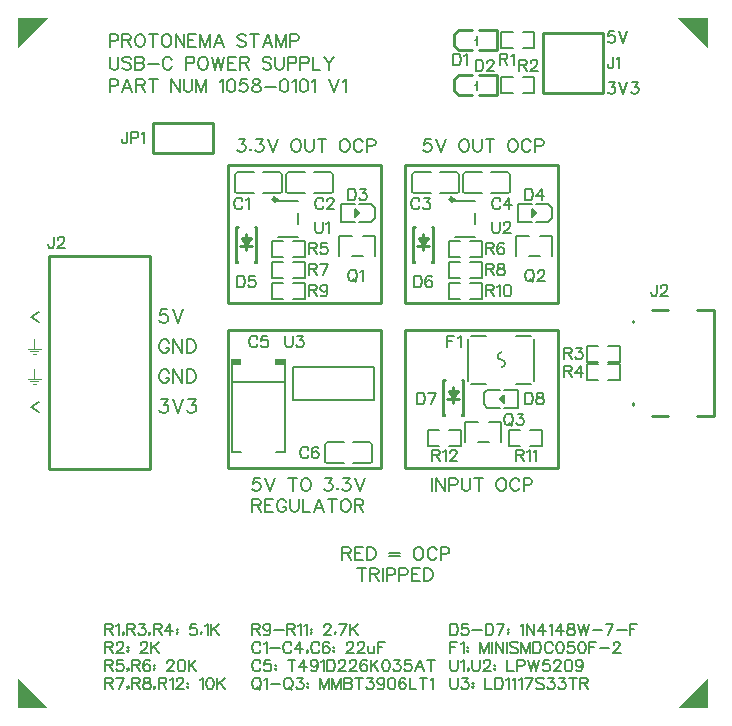
<source format=gto>
G04 Layer: TopSilkscreenLayer*
G04 Panelize: Stamp Hole, Column: 2, Row: 2, Board Size: 58.42mm x 58.42mm, Panelized Board Size: 122.84mm x 122.84mm*
G04 EasyEDA v6.5.38, 2023-12-21 15:28:39*
G04 fd97eb0cb9c34c2b97cff67de17a6c99,5a6b42c53f6a479593ecc07194224c93,10*
G04 Gerber Generator version 0.2*
G04 Scale: 100 percent, Rotated: No, Reflected: No *
G04 Dimensions in millimeters *
G04 leading zeros omitted , absolute positions ,4 integer and 5 decimal *
%FSLAX45Y45*%
%MOMM*%

%ADD10C,0.1524*%
%ADD11C,0.2540*%
%ADD12C,0.1500*%
%ADD13C,0.2030*%
%ADD14C,0.1520*%
%ADD15C,0.3000*%
%ADD16C,0.0120*%

%LPD*%
G36*
X135382Y3125978D02*
G01*
X135382Y3038856D01*
X82804Y3038856D01*
X82804Y3030728D01*
X196596Y3030728D01*
X196596Y3038856D01*
X144018Y3038856D01*
X144018Y3125978D01*
G37*
G36*
X102362Y3017266D02*
G01*
X102362Y3009138D01*
X177038Y3009138D01*
X177038Y3017266D01*
G37*
G36*
X120142Y2995422D02*
G01*
X120142Y2987802D01*
X159258Y2987802D01*
X159258Y2995422D01*
G37*
G36*
X135382Y2871978D02*
G01*
X135382Y2784856D01*
X82804Y2784856D01*
X82804Y2776728D01*
X196596Y2776728D01*
X196596Y2784856D01*
X144018Y2784856D01*
X144018Y2871978D01*
G37*
G36*
X102362Y2763266D02*
G01*
X102362Y2755138D01*
X177038Y2755138D01*
X177038Y2763266D01*
G37*
G36*
X120142Y2741422D02*
G01*
X120142Y2733802D01*
X159258Y2733802D01*
X159258Y2741422D01*
G37*
D10*
X774700Y5703315D02*
G01*
X774700Y5594350D01*
X774700Y5703315D02*
G01*
X821436Y5703315D01*
X836929Y5698236D01*
X842263Y5692902D01*
X847344Y5682487D01*
X847344Y5666994D01*
X842263Y5656579D01*
X836929Y5651500D01*
X821436Y5646165D01*
X774700Y5646165D01*
X881634Y5703315D02*
G01*
X881634Y5594350D01*
X881634Y5703315D02*
G01*
X928370Y5703315D01*
X944118Y5698236D01*
X949197Y5692902D01*
X954531Y5682487D01*
X954531Y5672073D01*
X949197Y5661660D01*
X944118Y5656579D01*
X928370Y5651500D01*
X881634Y5651500D01*
X918210Y5651500D02*
G01*
X954531Y5594350D01*
X1019810Y5703315D02*
G01*
X1009650Y5698236D01*
X999236Y5687821D01*
X993902Y5677407D01*
X988821Y5661660D01*
X988821Y5635752D01*
X993902Y5620257D01*
X999236Y5609844D01*
X1009650Y5599429D01*
X1019810Y5594350D01*
X1040637Y5594350D01*
X1051052Y5599429D01*
X1061465Y5609844D01*
X1066800Y5620257D01*
X1071879Y5635752D01*
X1071879Y5661660D01*
X1066800Y5677407D01*
X1061465Y5687821D01*
X1051052Y5698236D01*
X1040637Y5703315D01*
X1019810Y5703315D01*
X1142492Y5703315D02*
G01*
X1142492Y5594350D01*
X1106170Y5703315D02*
G01*
X1178813Y5703315D01*
X1244345Y5703315D02*
G01*
X1233931Y5698236D01*
X1223518Y5687821D01*
X1218437Y5677407D01*
X1213104Y5661660D01*
X1213104Y5635752D01*
X1218437Y5620257D01*
X1223518Y5609844D01*
X1233931Y5599429D01*
X1244345Y5594350D01*
X1265173Y5594350D01*
X1275587Y5599429D01*
X1286002Y5609844D01*
X1291081Y5620257D01*
X1296415Y5635752D01*
X1296415Y5661660D01*
X1291081Y5677407D01*
X1286002Y5687821D01*
X1275587Y5698236D01*
X1265173Y5703315D01*
X1244345Y5703315D01*
X1330705Y5703315D02*
G01*
X1330705Y5594350D01*
X1330705Y5703315D02*
G01*
X1403350Y5594350D01*
X1403350Y5703315D02*
G01*
X1403350Y5594350D01*
X1437639Y5703315D02*
G01*
X1437639Y5594350D01*
X1437639Y5703315D02*
G01*
X1505204Y5703315D01*
X1437639Y5651500D02*
G01*
X1479295Y5651500D01*
X1437639Y5594350D02*
G01*
X1505204Y5594350D01*
X1539494Y5703315D02*
G01*
X1539494Y5594350D01*
X1539494Y5703315D02*
G01*
X1581150Y5594350D01*
X1622552Y5703315D02*
G01*
X1581150Y5594350D01*
X1622552Y5703315D02*
G01*
X1622552Y5594350D01*
X1698497Y5703315D02*
G01*
X1656842Y5594350D01*
X1698497Y5703315D02*
G01*
X1739900Y5594350D01*
X1672589Y5630671D02*
G01*
X1724405Y5630671D01*
X1927097Y5687821D02*
G01*
X1916684Y5698236D01*
X1901189Y5703315D01*
X1880362Y5703315D01*
X1864613Y5698236D01*
X1854200Y5687821D01*
X1854200Y5677407D01*
X1859534Y5666994D01*
X1864613Y5661660D01*
X1875028Y5656579D01*
X1906270Y5646165D01*
X1916684Y5641086D01*
X1921763Y5635752D01*
X1927097Y5625337D01*
X1927097Y5609844D01*
X1916684Y5599429D01*
X1901189Y5594350D01*
X1880362Y5594350D01*
X1864613Y5599429D01*
X1854200Y5609844D01*
X1997709Y5703315D02*
G01*
X1997709Y5594350D01*
X1961388Y5703315D02*
G01*
X2034031Y5703315D01*
X2109977Y5703315D02*
G01*
X2068322Y5594350D01*
X2109977Y5703315D02*
G01*
X2151379Y5594350D01*
X2084070Y5630671D02*
G01*
X2135886Y5630671D01*
X2185670Y5703315D02*
G01*
X2185670Y5594350D01*
X2185670Y5703315D02*
G01*
X2227325Y5594350D01*
X2268981Y5703315D02*
G01*
X2227325Y5594350D01*
X2268981Y5703315D02*
G01*
X2268981Y5594350D01*
X2303272Y5703315D02*
G01*
X2303272Y5594350D01*
X2303272Y5703315D02*
G01*
X2350008Y5703315D01*
X2365502Y5698236D01*
X2370836Y5692902D01*
X2375915Y5682487D01*
X2375915Y5666994D01*
X2370836Y5656579D01*
X2365502Y5651500D01*
X2350008Y5646165D01*
X2303272Y5646165D01*
X774700Y5512815D02*
G01*
X774700Y5434837D01*
X779779Y5419344D01*
X790194Y5408929D01*
X805942Y5403850D01*
X816355Y5403850D01*
X831850Y5408929D01*
X842263Y5419344D01*
X847344Y5434837D01*
X847344Y5512815D01*
X954531Y5497321D02*
G01*
X944118Y5507736D01*
X928370Y5512815D01*
X907795Y5512815D01*
X892047Y5507736D01*
X881634Y5497321D01*
X881634Y5486907D01*
X886968Y5476494D01*
X892047Y5471160D01*
X902462Y5466079D01*
X933704Y5455665D01*
X944118Y5450586D01*
X949197Y5445252D01*
X954531Y5434837D01*
X954531Y5419344D01*
X944118Y5408929D01*
X928370Y5403850D01*
X907795Y5403850D01*
X892047Y5408929D01*
X881634Y5419344D01*
X988821Y5512815D02*
G01*
X988821Y5403850D01*
X988821Y5512815D02*
G01*
X1035557Y5512815D01*
X1051052Y5507736D01*
X1056386Y5502402D01*
X1061465Y5491987D01*
X1061465Y5481573D01*
X1056386Y5471160D01*
X1051052Y5466079D01*
X1035557Y5461000D01*
X988821Y5461000D02*
G01*
X1035557Y5461000D01*
X1051052Y5455665D01*
X1056386Y5450586D01*
X1061465Y5440171D01*
X1061465Y5424423D01*
X1056386Y5414010D01*
X1051052Y5408929D01*
X1035557Y5403850D01*
X988821Y5403850D01*
X1095755Y5450586D02*
G01*
X1189228Y5450586D01*
X1301495Y5486907D02*
G01*
X1296415Y5497321D01*
X1286002Y5507736D01*
X1275587Y5512815D01*
X1254760Y5512815D01*
X1244345Y5507736D01*
X1233931Y5497321D01*
X1228852Y5486907D01*
X1223518Y5471160D01*
X1223518Y5445252D01*
X1228852Y5429757D01*
X1233931Y5419344D01*
X1244345Y5408929D01*
X1254760Y5403850D01*
X1275587Y5403850D01*
X1286002Y5408929D01*
X1296415Y5419344D01*
X1301495Y5429757D01*
X1415795Y5512815D02*
G01*
X1415795Y5403850D01*
X1415795Y5512815D02*
G01*
X1462531Y5512815D01*
X1478279Y5507736D01*
X1483360Y5502402D01*
X1488439Y5491987D01*
X1488439Y5476494D01*
X1483360Y5466079D01*
X1478279Y5461000D01*
X1462531Y5455665D01*
X1415795Y5455665D01*
X1553971Y5512815D02*
G01*
X1543557Y5507736D01*
X1533144Y5497321D01*
X1528063Y5486907D01*
X1522729Y5471160D01*
X1522729Y5445252D01*
X1528063Y5429757D01*
X1533144Y5419344D01*
X1543557Y5408929D01*
X1553971Y5403850D01*
X1574800Y5403850D01*
X1585213Y5408929D01*
X1595628Y5419344D01*
X1600707Y5429757D01*
X1606042Y5445252D01*
X1606042Y5471160D01*
X1600707Y5486907D01*
X1595628Y5497321D01*
X1585213Y5507736D01*
X1574800Y5512815D01*
X1553971Y5512815D01*
X1640331Y5512815D02*
G01*
X1666239Y5403850D01*
X1692147Y5512815D02*
G01*
X1666239Y5403850D01*
X1692147Y5512815D02*
G01*
X1718310Y5403850D01*
X1744218Y5512815D02*
G01*
X1718310Y5403850D01*
X1778507Y5512815D02*
G01*
X1778507Y5403850D01*
X1778507Y5512815D02*
G01*
X1846071Y5512815D01*
X1778507Y5461000D02*
G01*
X1819910Y5461000D01*
X1778507Y5403850D02*
G01*
X1846071Y5403850D01*
X1880362Y5512815D02*
G01*
X1880362Y5403850D01*
X1880362Y5512815D02*
G01*
X1927097Y5512815D01*
X1942591Y5507736D01*
X1947925Y5502402D01*
X1953006Y5491987D01*
X1953006Y5481573D01*
X1947925Y5471160D01*
X1942591Y5466079D01*
X1927097Y5461000D01*
X1880362Y5461000D01*
X1916684Y5461000D02*
G01*
X1953006Y5403850D01*
X2139950Y5497321D02*
G01*
X2129790Y5507736D01*
X2114041Y5512815D01*
X2093213Y5512815D01*
X2077720Y5507736D01*
X2067306Y5497321D01*
X2067306Y5486907D01*
X2072640Y5476494D01*
X2077720Y5471160D01*
X2088134Y5466079D01*
X2119375Y5455665D01*
X2129790Y5450586D01*
X2134870Y5445252D01*
X2139950Y5434837D01*
X2139950Y5419344D01*
X2129790Y5408929D01*
X2114041Y5403850D01*
X2093213Y5403850D01*
X2077720Y5408929D01*
X2067306Y5419344D01*
X2174240Y5512815D02*
G01*
X2174240Y5434837D01*
X2179574Y5419344D01*
X2189988Y5408929D01*
X2205481Y5403850D01*
X2215895Y5403850D01*
X2231390Y5408929D01*
X2241804Y5419344D01*
X2247138Y5434837D01*
X2247138Y5512815D01*
X2281427Y5512815D02*
G01*
X2281427Y5403850D01*
X2281427Y5512815D02*
G01*
X2328163Y5512815D01*
X2343658Y5507736D01*
X2348991Y5502402D01*
X2354072Y5491987D01*
X2354072Y5476494D01*
X2348991Y5466079D01*
X2343658Y5461000D01*
X2328163Y5455665D01*
X2281427Y5455665D01*
X2388361Y5512815D02*
G01*
X2388361Y5403850D01*
X2388361Y5512815D02*
G01*
X2435097Y5512815D01*
X2450845Y5507736D01*
X2455925Y5502402D01*
X2461259Y5491987D01*
X2461259Y5476494D01*
X2455925Y5466079D01*
X2450845Y5461000D01*
X2435097Y5455665D01*
X2388361Y5455665D01*
X2495550Y5512815D02*
G01*
X2495550Y5403850D01*
X2495550Y5403850D02*
G01*
X2557779Y5403850D01*
X2592070Y5512815D02*
G01*
X2633725Y5461000D01*
X2633725Y5403850D01*
X2675127Y5512815D02*
G01*
X2633725Y5461000D01*
X774700Y5322315D02*
G01*
X774700Y5213350D01*
X774700Y5322315D02*
G01*
X821436Y5322315D01*
X836929Y5317236D01*
X842263Y5311902D01*
X847344Y5301487D01*
X847344Y5285994D01*
X842263Y5275579D01*
X836929Y5270500D01*
X821436Y5265165D01*
X774700Y5265165D01*
X923289Y5322315D02*
G01*
X881634Y5213350D01*
X923289Y5322315D02*
G01*
X964945Y5213350D01*
X897381Y5249671D02*
G01*
X949197Y5249671D01*
X999236Y5322315D02*
G01*
X999236Y5213350D01*
X999236Y5322315D02*
G01*
X1045971Y5322315D01*
X1061465Y5317236D01*
X1066800Y5311902D01*
X1071879Y5301487D01*
X1071879Y5291073D01*
X1066800Y5280660D01*
X1061465Y5275579D01*
X1045971Y5270500D01*
X999236Y5270500D01*
X1035557Y5270500D02*
G01*
X1071879Y5213350D01*
X1142492Y5322315D02*
G01*
X1142492Y5213350D01*
X1106170Y5322315D02*
G01*
X1178813Y5322315D01*
X1293113Y5322315D02*
G01*
X1293113Y5213350D01*
X1293113Y5322315D02*
G01*
X1366012Y5213350D01*
X1366012Y5322315D02*
G01*
X1366012Y5213350D01*
X1400302Y5322315D02*
G01*
X1400302Y5244337D01*
X1405381Y5228844D01*
X1415795Y5218429D01*
X1431289Y5213350D01*
X1441704Y5213350D01*
X1457452Y5218429D01*
X1467865Y5228844D01*
X1472945Y5244337D01*
X1472945Y5322315D01*
X1507236Y5322315D02*
G01*
X1507236Y5213350D01*
X1507236Y5322315D02*
G01*
X1548892Y5213350D01*
X1590294Y5322315D02*
G01*
X1548892Y5213350D01*
X1590294Y5322315D02*
G01*
X1590294Y5213350D01*
X1704594Y5301487D02*
G01*
X1715007Y5306821D01*
X1730755Y5322315D01*
X1730755Y5213350D01*
X1796034Y5322315D02*
G01*
X1780539Y5317236D01*
X1770126Y5301487D01*
X1765045Y5275579D01*
X1765045Y5260086D01*
X1770126Y5233923D01*
X1780539Y5218429D01*
X1796034Y5213350D01*
X1806447Y5213350D01*
X1822195Y5218429D01*
X1832610Y5233923D01*
X1837689Y5260086D01*
X1837689Y5275579D01*
X1832610Y5301487D01*
X1822195Y5317236D01*
X1806447Y5322315D01*
X1796034Y5322315D01*
X1934209Y5322315D02*
G01*
X1882394Y5322315D01*
X1877060Y5275579D01*
X1882394Y5280660D01*
X1897887Y5285994D01*
X1913636Y5285994D01*
X1929129Y5280660D01*
X1939543Y5270500D01*
X1944624Y5254752D01*
X1944624Y5244337D01*
X1939543Y5228844D01*
X1929129Y5218429D01*
X1913636Y5213350D01*
X1897887Y5213350D01*
X1882394Y5218429D01*
X1877060Y5223510D01*
X1871979Y5233923D01*
X2005075Y5322315D02*
G01*
X1989327Y5317236D01*
X1984247Y5306821D01*
X1984247Y5296407D01*
X1989327Y5285994D01*
X1999741Y5280660D01*
X2020570Y5275579D01*
X2036063Y5270500D01*
X2046477Y5260086D01*
X2051811Y5249671D01*
X2051811Y5233923D01*
X2046477Y5223510D01*
X2041397Y5218429D01*
X2025650Y5213350D01*
X2005075Y5213350D01*
X1989327Y5218429D01*
X1984247Y5223510D01*
X1978913Y5233923D01*
X1978913Y5249671D01*
X1984247Y5260086D01*
X1994661Y5270500D01*
X2010156Y5275579D01*
X2030984Y5280660D01*
X2041397Y5285994D01*
X2046477Y5296407D01*
X2046477Y5306821D01*
X2041397Y5317236D01*
X2025650Y5322315D01*
X2005075Y5322315D01*
X2086102Y5260086D02*
G01*
X2179574Y5260086D01*
X2245106Y5322315D02*
G01*
X2229358Y5317236D01*
X2218943Y5301487D01*
X2213863Y5275579D01*
X2213863Y5260086D01*
X2218943Y5233923D01*
X2229358Y5218429D01*
X2245106Y5213350D01*
X2255520Y5213350D01*
X2271013Y5218429D01*
X2281427Y5233923D01*
X2286508Y5260086D01*
X2286508Y5275579D01*
X2281427Y5301487D01*
X2271013Y5317236D01*
X2255520Y5322315D01*
X2245106Y5322315D01*
X2320797Y5301487D02*
G01*
X2331211Y5306821D01*
X2346959Y5322315D01*
X2346959Y5213350D01*
X2412238Y5322315D02*
G01*
X2396743Y5317236D01*
X2386329Y5301487D01*
X2381250Y5275579D01*
X2381250Y5260086D01*
X2386329Y5233923D01*
X2396743Y5218429D01*
X2412238Y5213350D01*
X2422652Y5213350D01*
X2438400Y5218429D01*
X2448559Y5233923D01*
X2453893Y5260086D01*
X2453893Y5275579D01*
X2448559Y5301487D01*
X2438400Y5317236D01*
X2422652Y5322315D01*
X2412238Y5322315D01*
X2488184Y5301487D02*
G01*
X2498597Y5306821D01*
X2514091Y5322315D01*
X2514091Y5213350D01*
X2628391Y5322315D02*
G01*
X2670047Y5213350D01*
X2711450Y5322315D02*
G01*
X2670047Y5213350D01*
X2745740Y5301487D02*
G01*
X2756154Y5306821D01*
X2771902Y5322315D01*
X2771902Y5213350D01*
X3505200Y1944115D02*
G01*
X3505200Y1835150D01*
X3539490Y1944115D02*
G01*
X3539490Y1835150D01*
X3539490Y1944115D02*
G01*
X3612134Y1835150D01*
X3612134Y1944115D02*
G01*
X3612134Y1835150D01*
X3646424Y1944115D02*
G01*
X3646424Y1835150D01*
X3646424Y1944115D02*
G01*
X3693159Y1944115D01*
X3708908Y1939036D01*
X3713988Y1933702D01*
X3719322Y1923287D01*
X3719322Y1907794D01*
X3713988Y1897379D01*
X3708908Y1892300D01*
X3693159Y1886965D01*
X3646424Y1886965D01*
X3753611Y1944115D02*
G01*
X3753611Y1866137D01*
X3758691Y1850644D01*
X3769106Y1840229D01*
X3784600Y1835150D01*
X3795013Y1835150D01*
X3810761Y1840229D01*
X3821175Y1850644D01*
X3826256Y1866137D01*
X3826256Y1944115D01*
X3896868Y1944115D02*
G01*
X3896868Y1835150D01*
X3860545Y1944115D02*
G01*
X3933190Y1944115D01*
X4078731Y1944115D02*
G01*
X4068318Y1939036D01*
X4057904Y1928621D01*
X4052824Y1918207D01*
X4047490Y1902460D01*
X4047490Y1876552D01*
X4052824Y1861057D01*
X4057904Y1850644D01*
X4068318Y1840229D01*
X4078731Y1835150D01*
X4099559Y1835150D01*
X4109974Y1840229D01*
X4120388Y1850644D01*
X4125468Y1861057D01*
X4130802Y1876552D01*
X4130802Y1902460D01*
X4125468Y1918207D01*
X4120388Y1928621D01*
X4109974Y1939036D01*
X4099559Y1944115D01*
X4078731Y1944115D01*
X4243070Y1918207D02*
G01*
X4237736Y1928621D01*
X4227322Y1939036D01*
X4216908Y1944115D01*
X4196079Y1944115D01*
X4185920Y1939036D01*
X4175506Y1928621D01*
X4170172Y1918207D01*
X4165091Y1902460D01*
X4165091Y1876552D01*
X4170172Y1861057D01*
X4175506Y1850644D01*
X4185920Y1840229D01*
X4196079Y1835150D01*
X4216908Y1835150D01*
X4227322Y1840229D01*
X4237736Y1850644D01*
X4243070Y1861057D01*
X4277359Y1944115D02*
G01*
X4277359Y1835150D01*
X4277359Y1944115D02*
G01*
X4324095Y1944115D01*
X4339590Y1939036D01*
X4344670Y1933702D01*
X4350004Y1923287D01*
X4350004Y1907794D01*
X4344670Y1897379D01*
X4339590Y1892300D01*
X4324095Y1886965D01*
X4277359Y1886965D01*
X2043422Y1944113D02*
G01*
X1991606Y1944113D01*
X1986272Y1897377D01*
X1991606Y1902457D01*
X2007100Y1907791D01*
X2022848Y1907791D01*
X2038342Y1902457D01*
X2048756Y1892297D01*
X2053836Y1876549D01*
X2053836Y1866135D01*
X2048756Y1850641D01*
X2038342Y1840227D01*
X2022848Y1835147D01*
X2007100Y1835147D01*
X1991606Y1840227D01*
X1986272Y1845307D01*
X1981192Y1855721D01*
X2088126Y1944113D02*
G01*
X2129782Y1835147D01*
X2171438Y1944113D02*
G01*
X2129782Y1835147D01*
X2322060Y1944113D02*
G01*
X2322060Y1835147D01*
X2285738Y1944113D02*
G01*
X2358382Y1944113D01*
X2423914Y1944113D02*
G01*
X2413500Y1939033D01*
X2403086Y1928619D01*
X2397752Y1918205D01*
X2392672Y1902457D01*
X2392672Y1876549D01*
X2397752Y1861055D01*
X2403086Y1850641D01*
X2413500Y1840227D01*
X2423914Y1835147D01*
X2444742Y1835147D01*
X2454902Y1840227D01*
X2465316Y1850641D01*
X2470650Y1861055D01*
X2475730Y1876549D01*
X2475730Y1902457D01*
X2470650Y1918205D01*
X2465316Y1928619D01*
X2454902Y1939033D01*
X2444742Y1944113D01*
X2423914Y1944113D01*
X2600444Y1944113D02*
G01*
X2657594Y1944113D01*
X2626352Y1902457D01*
X2642100Y1902457D01*
X2652514Y1897377D01*
X2657594Y1892297D01*
X2662928Y1876549D01*
X2662928Y1866135D01*
X2657594Y1850641D01*
X2647180Y1840227D01*
X2631686Y1835147D01*
X2616192Y1835147D01*
X2600444Y1840227D01*
X2595364Y1845307D01*
X2590030Y1855721D01*
X2702298Y1861055D02*
G01*
X2697218Y1855721D01*
X2702298Y1850641D01*
X2707632Y1855721D01*
X2702298Y1861055D01*
X2752082Y1944113D02*
G01*
X2809232Y1944113D01*
X2778244Y1902457D01*
X2793738Y1902457D01*
X2804152Y1897377D01*
X2809232Y1892297D01*
X2814566Y1876549D01*
X2814566Y1866135D01*
X2809232Y1850641D01*
X2799072Y1840227D01*
X2783324Y1835147D01*
X2767830Y1835147D01*
X2752082Y1840227D01*
X2747002Y1845307D01*
X2741922Y1855721D01*
X2848856Y1944113D02*
G01*
X2890512Y1835147D01*
X2931914Y1944113D02*
G01*
X2890512Y1835147D01*
X1981189Y1766313D02*
G01*
X1981189Y1657347D01*
X1981189Y1766313D02*
G01*
X2027925Y1766313D01*
X2043419Y1761233D01*
X2048753Y1755899D01*
X2053833Y1745485D01*
X2053833Y1735071D01*
X2048753Y1724657D01*
X2043419Y1719577D01*
X2027925Y1714497D01*
X1981189Y1714497D01*
X2017511Y1714497D02*
G01*
X2053833Y1657347D01*
X2088123Y1766313D02*
G01*
X2088123Y1657347D01*
X2088123Y1766313D02*
G01*
X2155687Y1766313D01*
X2088123Y1714497D02*
G01*
X2129779Y1714497D01*
X2088123Y1657347D02*
G01*
X2155687Y1657347D01*
X2267955Y1740405D02*
G01*
X2262875Y1750819D01*
X2252461Y1761233D01*
X2242047Y1766313D01*
X2221219Y1766313D01*
X2210805Y1761233D01*
X2200391Y1750819D01*
X2195311Y1740405D01*
X2189977Y1724657D01*
X2189977Y1698749D01*
X2195311Y1683255D01*
X2200391Y1672841D01*
X2210805Y1662427D01*
X2221219Y1657347D01*
X2242047Y1657347D01*
X2252461Y1662427D01*
X2262875Y1672841D01*
X2267955Y1683255D01*
X2267955Y1698749D01*
X2242047Y1698749D02*
G01*
X2267955Y1698749D01*
X2302245Y1766313D02*
G01*
X2302245Y1688335D01*
X2307579Y1672841D01*
X2317739Y1662427D01*
X2333487Y1657347D01*
X2343901Y1657347D01*
X2359395Y1662427D01*
X2369809Y1672841D01*
X2374889Y1688335D01*
X2374889Y1766313D01*
X2409179Y1766313D02*
G01*
X2409179Y1657347D01*
X2409179Y1657347D02*
G01*
X2471663Y1657347D01*
X2547609Y1766313D02*
G01*
X2505953Y1657347D01*
X2547609Y1766313D02*
G01*
X2589011Y1657347D01*
X2521447Y1693669D02*
G01*
X2573517Y1693669D01*
X2659623Y1766313D02*
G01*
X2659623Y1657347D01*
X2623301Y1766313D02*
G01*
X2696199Y1766313D01*
X2761477Y1766313D02*
G01*
X2751063Y1761233D01*
X2740649Y1750819D01*
X2735569Y1740405D01*
X2730489Y1724657D01*
X2730489Y1698749D01*
X2735569Y1683255D01*
X2740649Y1672841D01*
X2751063Y1662427D01*
X2761477Y1657347D01*
X2782305Y1657347D01*
X2792719Y1662427D01*
X2803133Y1672841D01*
X2808213Y1683255D01*
X2813547Y1698749D01*
X2813547Y1724657D01*
X2808213Y1740405D01*
X2803133Y1750819D01*
X2792719Y1761233D01*
X2782305Y1766313D01*
X2761477Y1766313D01*
X2847837Y1766313D02*
G01*
X2847837Y1657347D01*
X2847837Y1766313D02*
G01*
X2894573Y1766313D01*
X2910067Y1761233D01*
X2915401Y1755899D01*
X2920481Y1745485D01*
X2920481Y1735071D01*
X2915401Y1724657D01*
X2910067Y1719577D01*
X2894573Y1714497D01*
X2847837Y1714497D01*
X2884159Y1714497D02*
G01*
X2920481Y1657347D01*
X2743200Y1359915D02*
G01*
X2743200Y1250950D01*
X2743200Y1359915D02*
G01*
X2789936Y1359915D01*
X2805429Y1354836D01*
X2810763Y1349502D01*
X2815843Y1339087D01*
X2815843Y1328673D01*
X2810763Y1318260D01*
X2805429Y1313179D01*
X2789936Y1308100D01*
X2743200Y1308100D01*
X2779522Y1308100D02*
G01*
X2815843Y1250950D01*
X2850134Y1359915D02*
G01*
X2850134Y1250950D01*
X2850134Y1359915D02*
G01*
X2917697Y1359915D01*
X2850134Y1308100D02*
G01*
X2891790Y1308100D01*
X2850134Y1250950D02*
G01*
X2917697Y1250950D01*
X2951988Y1359915D02*
G01*
X2951988Y1250950D01*
X2951988Y1359915D02*
G01*
X2988309Y1359915D01*
X3004058Y1354836D01*
X3014472Y1344421D01*
X3019552Y1334007D01*
X3024886Y1318260D01*
X3024886Y1292352D01*
X3019552Y1276857D01*
X3014472Y1266444D01*
X3004058Y1256029D01*
X2988309Y1250950D01*
X2951988Y1250950D01*
X3139186Y1313179D02*
G01*
X3232658Y1313179D01*
X3139186Y1281937D02*
G01*
X3232658Y1281937D01*
X3378200Y1359915D02*
G01*
X3367786Y1354836D01*
X3357372Y1344421D01*
X3352038Y1334007D01*
X3346958Y1318260D01*
X3346958Y1292352D01*
X3352038Y1276857D01*
X3357372Y1266444D01*
X3367786Y1256029D01*
X3378200Y1250950D01*
X3398774Y1250950D01*
X3409188Y1256029D01*
X3419602Y1266444D01*
X3424936Y1276857D01*
X3430015Y1292352D01*
X3430015Y1318260D01*
X3424936Y1334007D01*
X3419602Y1344421D01*
X3409188Y1354836D01*
X3398774Y1359915D01*
X3378200Y1359915D01*
X3542284Y1334007D02*
G01*
X3536950Y1344421D01*
X3526790Y1354836D01*
X3516375Y1359915D01*
X3495547Y1359915D01*
X3485134Y1354836D01*
X3474720Y1344421D01*
X3469640Y1334007D01*
X3464306Y1318260D01*
X3464306Y1292352D01*
X3469640Y1276857D01*
X3474720Y1266444D01*
X3485134Y1256029D01*
X3495547Y1250950D01*
X3516375Y1250950D01*
X3526790Y1256029D01*
X3536950Y1266444D01*
X3542284Y1276857D01*
X3576574Y1359915D02*
G01*
X3576574Y1250950D01*
X3576574Y1359915D02*
G01*
X3623309Y1359915D01*
X3638804Y1354836D01*
X3644138Y1349502D01*
X3649218Y1339087D01*
X3649218Y1323594D01*
X3644138Y1313179D01*
X3638804Y1308100D01*
X3623309Y1302765D01*
X3576574Y1302765D01*
X2906504Y1182105D02*
G01*
X2906504Y1073139D01*
X2870182Y1182105D02*
G01*
X2942826Y1182105D01*
X2977116Y1182105D02*
G01*
X2977116Y1073139D01*
X2977116Y1182105D02*
G01*
X3023852Y1182105D01*
X3039600Y1177025D01*
X3044680Y1171691D01*
X3050014Y1161277D01*
X3050014Y1150863D01*
X3044680Y1140449D01*
X3039600Y1135369D01*
X3023852Y1130289D01*
X2977116Y1130289D01*
X3013692Y1130289D02*
G01*
X3050014Y1073139D01*
X3084304Y1182105D02*
G01*
X3084304Y1073139D01*
X3118594Y1182105D02*
G01*
X3118594Y1073139D01*
X3118594Y1182105D02*
G01*
X3165330Y1182105D01*
X3180824Y1177025D01*
X3186158Y1171691D01*
X3191238Y1161277D01*
X3191238Y1145783D01*
X3186158Y1135369D01*
X3180824Y1130289D01*
X3165330Y1124955D01*
X3118594Y1124955D01*
X3225528Y1182105D02*
G01*
X3225528Y1073139D01*
X3225528Y1182105D02*
G01*
X3272264Y1182105D01*
X3288012Y1177025D01*
X3293092Y1171691D01*
X3298172Y1161277D01*
X3298172Y1145783D01*
X3293092Y1135369D01*
X3288012Y1130289D01*
X3272264Y1124955D01*
X3225528Y1124955D01*
X3332462Y1182105D02*
G01*
X3332462Y1073139D01*
X3332462Y1182105D02*
G01*
X3400026Y1182105D01*
X3332462Y1130289D02*
G01*
X3374118Y1130289D01*
X3332462Y1073139D02*
G01*
X3400026Y1073139D01*
X3434316Y1182105D02*
G01*
X3434316Y1073139D01*
X3434316Y1182105D02*
G01*
X3470892Y1182105D01*
X3486386Y1177025D01*
X3496800Y1166611D01*
X3501880Y1156197D01*
X3507214Y1140449D01*
X3507214Y1114541D01*
X3501880Y1099047D01*
X3496800Y1088633D01*
X3486386Y1078219D01*
X3470892Y1073139D01*
X3434316Y1073139D01*
X1981197Y710437D02*
G01*
X1981197Y614934D01*
X1981197Y710437D02*
G01*
X2022091Y710437D01*
X2035807Y705865D01*
X2040379Y701294D01*
X2044951Y692404D01*
X2044951Y683260D01*
X2040379Y674115D01*
X2035807Y669544D01*
X2022091Y664971D01*
X1981197Y664971D01*
X2012947Y664971D02*
G01*
X2044951Y614934D01*
X2133851Y678687D02*
G01*
X2129279Y664971D01*
X2120389Y656081D01*
X2106673Y651510D01*
X2102101Y651510D01*
X2088385Y656081D01*
X2079495Y664971D01*
X2074923Y678687D01*
X2074923Y683260D01*
X2079495Y696976D01*
X2088385Y705865D01*
X2102101Y710437D01*
X2106673Y710437D01*
X2120389Y705865D01*
X2129279Y696976D01*
X2133851Y678687D01*
X2133851Y656081D01*
X2129279Y633221D01*
X2120389Y619505D01*
X2106673Y614934D01*
X2097529Y614934D01*
X2083813Y619505D01*
X2079495Y628650D01*
X2163823Y656081D02*
G01*
X2245865Y656081D01*
X2275837Y710437D02*
G01*
X2275837Y614934D01*
X2275837Y710437D02*
G01*
X2316731Y710437D01*
X2330193Y705865D01*
X2334765Y701294D01*
X2339337Y692404D01*
X2339337Y683260D01*
X2334765Y674115D01*
X2330193Y669544D01*
X2316731Y664971D01*
X2275837Y664971D01*
X2307587Y664971D02*
G01*
X2339337Y614934D01*
X2369309Y692404D02*
G01*
X2378453Y696976D01*
X2392169Y710437D01*
X2392169Y614934D01*
X2422141Y692404D02*
G01*
X2431285Y696976D01*
X2444747Y710437D01*
X2444747Y614934D01*
X2479291Y669544D02*
G01*
X2474719Y664971D01*
X2479291Y660400D01*
X2483863Y664971D01*
X2479291Y669544D01*
X2479291Y637794D02*
G01*
X2474719Y633221D01*
X2479291Y628650D01*
X2483863Y633221D01*
X2479291Y637794D01*
X2588511Y687831D02*
G01*
X2588511Y692404D01*
X2593083Y701294D01*
X2597655Y705865D01*
X2606545Y710437D01*
X2624833Y710437D01*
X2633977Y705865D01*
X2638549Y701294D01*
X2643121Y692404D01*
X2643121Y683260D01*
X2638549Y674115D01*
X2629405Y660400D01*
X2583939Y614934D01*
X2647439Y614934D01*
X2681983Y637794D02*
G01*
X2677665Y633221D01*
X2681983Y628650D01*
X2686555Y633221D01*
X2681983Y637794D01*
X2780281Y710437D02*
G01*
X2734815Y614934D01*
X2716527Y710437D02*
G01*
X2780281Y710437D01*
X2810253Y710437D02*
G01*
X2810253Y614934D01*
X2874007Y710437D02*
G01*
X2810253Y646937D01*
X2833113Y669544D02*
G01*
X2874007Y614934D01*
X736594Y558037D02*
G01*
X736594Y462534D01*
X736594Y558037D02*
G01*
X777488Y558037D01*
X791204Y553465D01*
X795776Y548894D01*
X800348Y540004D01*
X800348Y530860D01*
X795776Y521715D01*
X791204Y517144D01*
X777488Y512571D01*
X736594Y512571D01*
X768344Y512571D02*
G01*
X800348Y462534D01*
X834892Y535431D02*
G01*
X834892Y540004D01*
X839210Y548894D01*
X843782Y553465D01*
X852926Y558037D01*
X871214Y558037D01*
X880104Y553465D01*
X884676Y548894D01*
X889248Y540004D01*
X889248Y530860D01*
X884676Y521715D01*
X875786Y508000D01*
X830320Y462534D01*
X893820Y462534D01*
X928364Y517144D02*
G01*
X923792Y512571D01*
X928364Y508000D01*
X932936Y512571D01*
X928364Y517144D01*
X928364Y485394D02*
G01*
X923792Y480821D01*
X928364Y476250D01*
X932936Y480821D01*
X928364Y485394D01*
X1037584Y535431D02*
G01*
X1037584Y540004D01*
X1042156Y548894D01*
X1046474Y553465D01*
X1055618Y558037D01*
X1073906Y558037D01*
X1083050Y553465D01*
X1087622Y548894D01*
X1091940Y540004D01*
X1091940Y530860D01*
X1087622Y521715D01*
X1078478Y508000D01*
X1033012Y462534D01*
X1096512Y462534D01*
X1126484Y558037D02*
G01*
X1126484Y462534D01*
X1190238Y558037D02*
G01*
X1126484Y494537D01*
X1149344Y517144D02*
G01*
X1190238Y462534D01*
X736597Y710437D02*
G01*
X736597Y614934D01*
X736597Y710437D02*
G01*
X777491Y710437D01*
X791207Y705865D01*
X795779Y701294D01*
X800351Y692404D01*
X800351Y683260D01*
X795779Y674115D01*
X791207Y669544D01*
X777491Y664971D01*
X736597Y664971D01*
X768347Y664971D02*
G01*
X800351Y614934D01*
X830323Y692404D02*
G01*
X839213Y696976D01*
X852929Y710437D01*
X852929Y614934D01*
X892045Y633221D02*
G01*
X887473Y628650D01*
X882901Y633221D01*
X887473Y637794D01*
X892045Y633221D01*
X892045Y624078D01*
X882901Y614934D01*
X922017Y710437D02*
G01*
X922017Y614934D01*
X922017Y710437D02*
G01*
X962911Y710437D01*
X976627Y705865D01*
X981199Y701294D01*
X985771Y692404D01*
X985771Y683260D01*
X981199Y674115D01*
X976627Y669544D01*
X962911Y664971D01*
X922017Y664971D01*
X953767Y664971D02*
G01*
X985771Y614934D01*
X1024887Y710437D02*
G01*
X1074671Y710437D01*
X1047493Y674115D01*
X1061209Y674115D01*
X1070353Y669544D01*
X1074671Y664971D01*
X1079243Y651510D01*
X1079243Y642365D01*
X1074671Y628650D01*
X1065781Y619505D01*
X1052065Y614934D01*
X1038349Y614934D01*
X1024887Y619505D01*
X1020315Y624078D01*
X1015743Y633221D01*
X1118359Y633221D02*
G01*
X1113787Y628650D01*
X1109215Y633221D01*
X1113787Y637794D01*
X1118359Y633221D01*
X1118359Y624078D01*
X1109215Y614934D01*
X1148331Y710437D02*
G01*
X1148331Y614934D01*
X1148331Y710437D02*
G01*
X1189225Y710437D01*
X1202941Y705865D01*
X1207513Y701294D01*
X1212085Y692404D01*
X1212085Y683260D01*
X1207513Y674115D01*
X1202941Y669544D01*
X1189225Y664971D01*
X1148331Y664971D01*
X1180335Y664971D02*
G01*
X1212085Y614934D01*
X1287523Y710437D02*
G01*
X1242057Y646937D01*
X1310129Y646937D01*
X1287523Y710437D02*
G01*
X1287523Y614934D01*
X1344673Y669544D02*
G01*
X1340355Y664971D01*
X1344673Y660400D01*
X1349245Y664971D01*
X1344673Y669544D01*
X1344673Y637794D02*
G01*
X1340355Y633221D01*
X1344673Y628650D01*
X1349245Y633221D01*
X1344673Y637794D01*
X1503931Y710437D02*
G01*
X1458465Y710437D01*
X1453893Y669544D01*
X1458465Y674115D01*
X1471927Y678687D01*
X1485643Y678687D01*
X1499359Y674115D01*
X1508503Y664971D01*
X1513075Y651510D01*
X1513075Y642365D01*
X1508503Y628650D01*
X1499359Y619505D01*
X1485643Y614934D01*
X1471927Y614934D01*
X1458465Y619505D01*
X1453893Y624078D01*
X1449321Y633221D01*
X1547619Y637794D02*
G01*
X1543047Y633221D01*
X1547619Y628650D01*
X1551937Y633221D01*
X1547619Y637794D01*
X1582163Y692404D02*
G01*
X1591053Y696976D01*
X1604769Y710437D01*
X1604769Y614934D01*
X1634741Y710437D02*
G01*
X1634741Y614934D01*
X1698495Y710437D02*
G01*
X1634741Y646937D01*
X1657601Y669544D02*
G01*
X1698495Y614934D01*
X736597Y253237D02*
G01*
X736597Y157734D01*
X736597Y253237D02*
G01*
X777491Y253237D01*
X791207Y248665D01*
X795779Y244094D01*
X800351Y235204D01*
X800351Y226060D01*
X795779Y216915D01*
X791207Y212344D01*
X777491Y207771D01*
X736597Y207771D01*
X768347Y207771D02*
G01*
X800351Y157734D01*
X893823Y253237D02*
G01*
X848357Y157734D01*
X830323Y253237D02*
G01*
X893823Y253237D01*
X932939Y176021D02*
G01*
X928367Y171450D01*
X923795Y176021D01*
X928367Y180594D01*
X932939Y176021D01*
X932939Y166878D01*
X923795Y157734D01*
X962911Y253237D02*
G01*
X962911Y157734D01*
X962911Y253237D02*
G01*
X1003805Y253237D01*
X1017521Y248665D01*
X1022093Y244094D01*
X1026665Y235204D01*
X1026665Y226060D01*
X1022093Y216915D01*
X1017521Y212344D01*
X1003805Y207771D01*
X962911Y207771D01*
X994661Y207771D02*
G01*
X1026665Y157734D01*
X1079243Y253237D02*
G01*
X1065781Y248665D01*
X1061209Y239776D01*
X1061209Y230631D01*
X1065781Y221487D01*
X1074671Y216915D01*
X1092959Y212344D01*
X1106675Y207771D01*
X1115565Y198881D01*
X1120137Y189737D01*
X1120137Y176021D01*
X1115565Y166878D01*
X1111247Y162305D01*
X1097531Y157734D01*
X1079243Y157734D01*
X1065781Y162305D01*
X1061209Y166878D01*
X1056637Y176021D01*
X1056637Y189737D01*
X1061209Y198881D01*
X1070353Y207771D01*
X1083815Y212344D01*
X1102103Y216915D01*
X1111247Y221487D01*
X1115565Y230631D01*
X1115565Y239776D01*
X1111247Y248665D01*
X1097531Y253237D01*
X1079243Y253237D01*
X1159253Y176021D02*
G01*
X1154681Y171450D01*
X1150109Y176021D01*
X1154681Y180594D01*
X1159253Y176021D01*
X1159253Y166878D01*
X1150109Y157734D01*
X1189225Y253237D02*
G01*
X1189225Y157734D01*
X1189225Y253237D02*
G01*
X1230119Y253237D01*
X1243835Y248665D01*
X1248407Y244094D01*
X1252979Y235204D01*
X1252979Y226060D01*
X1248407Y216915D01*
X1243835Y212344D01*
X1230119Y207771D01*
X1189225Y207771D01*
X1221229Y207771D02*
G01*
X1252979Y157734D01*
X1282951Y235204D02*
G01*
X1292095Y239776D01*
X1305811Y253237D01*
X1305811Y157734D01*
X1340355Y230631D02*
G01*
X1340355Y235204D01*
X1344673Y244094D01*
X1349245Y248665D01*
X1358389Y253237D01*
X1376677Y253237D01*
X1385567Y248665D01*
X1390139Y244094D01*
X1394711Y235204D01*
X1394711Y226060D01*
X1390139Y216915D01*
X1381249Y203200D01*
X1335783Y157734D01*
X1399283Y157734D01*
X1433827Y212344D02*
G01*
X1429255Y207771D01*
X1433827Y203200D01*
X1438399Y207771D01*
X1433827Y212344D01*
X1433827Y180594D02*
G01*
X1429255Y176021D01*
X1433827Y171450D01*
X1438399Y176021D01*
X1433827Y180594D01*
X1538475Y235204D02*
G01*
X1547619Y239776D01*
X1561081Y253237D01*
X1561081Y157734D01*
X1618485Y253237D02*
G01*
X1604769Y248665D01*
X1595625Y235204D01*
X1591053Y212344D01*
X1591053Y198881D01*
X1595625Y176021D01*
X1604769Y162305D01*
X1618485Y157734D01*
X1627629Y157734D01*
X1641091Y162305D01*
X1650235Y176021D01*
X1654807Y198881D01*
X1654807Y212344D01*
X1650235Y235204D01*
X1641091Y248665D01*
X1627629Y253237D01*
X1618485Y253237D01*
X1684779Y253237D02*
G01*
X1684779Y157734D01*
X1748533Y253237D02*
G01*
X1684779Y189737D01*
X1707385Y212344D02*
G01*
X1748533Y157734D01*
X2049272Y383031D02*
G01*
X2044954Y392176D01*
X2035809Y401065D01*
X2026665Y405637D01*
X2008377Y405637D01*
X1999488Y401065D01*
X1990343Y392176D01*
X1985772Y383031D01*
X1981200Y369315D01*
X1981200Y346710D01*
X1985772Y332994D01*
X1990343Y323850D01*
X1999488Y314705D01*
X2008377Y310134D01*
X2026665Y310134D01*
X2035809Y314705D01*
X2044954Y323850D01*
X2049272Y332994D01*
X2133854Y405637D02*
G01*
X2088388Y405637D01*
X2083815Y364744D01*
X2088388Y369315D01*
X2102104Y373887D01*
X2115820Y373887D01*
X2129281Y369315D01*
X2138425Y360171D01*
X2142997Y346710D01*
X2142997Y337565D01*
X2138425Y323850D01*
X2129281Y314705D01*
X2115820Y310134D01*
X2102104Y310134D01*
X2088388Y314705D01*
X2083815Y319278D01*
X2079497Y328421D01*
X2177541Y364744D02*
G01*
X2172970Y360171D01*
X2177541Y355600D01*
X2182113Y360171D01*
X2177541Y364744D01*
X2177541Y332994D02*
G01*
X2172970Y328421D01*
X2177541Y323850D01*
X2182113Y328421D01*
X2177541Y332994D01*
X2313940Y405637D02*
G01*
X2313940Y310134D01*
X2282190Y405637D02*
G01*
X2345690Y405637D01*
X2421127Y405637D02*
G01*
X2375661Y342137D01*
X2443988Y342137D01*
X2421127Y405637D02*
G01*
X2421127Y310134D01*
X2532888Y373887D02*
G01*
X2528570Y360171D01*
X2519425Y351281D01*
X2505709Y346710D01*
X2501138Y346710D01*
X2487675Y351281D01*
X2478531Y360171D01*
X2473959Y373887D01*
X2473959Y378460D01*
X2478531Y392176D01*
X2487675Y401065D01*
X2501138Y405637D01*
X2505709Y405637D01*
X2519425Y401065D01*
X2528570Y392176D01*
X2532888Y373887D01*
X2532888Y351281D01*
X2528570Y328421D01*
X2519425Y314705D01*
X2505709Y310134D01*
X2496565Y310134D01*
X2483104Y314705D01*
X2478531Y323850D01*
X2563113Y387604D02*
G01*
X2572004Y392176D01*
X2585720Y405637D01*
X2585720Y310134D01*
X2615691Y405637D02*
G01*
X2615691Y310134D01*
X2615691Y405637D02*
G01*
X2647441Y405637D01*
X2661158Y401065D01*
X2670302Y392176D01*
X2674874Y383031D01*
X2679445Y369315D01*
X2679445Y346710D01*
X2674874Y332994D01*
X2670302Y323850D01*
X2661158Y314705D01*
X2647441Y310134D01*
X2615691Y310134D01*
X2713990Y383031D02*
G01*
X2713990Y387604D01*
X2718561Y396494D01*
X2723134Y401065D01*
X2732024Y405637D01*
X2750311Y405637D01*
X2759456Y401065D01*
X2764027Y396494D01*
X2768345Y387604D01*
X2768345Y378460D01*
X2764027Y369315D01*
X2754884Y355600D01*
X2709418Y310134D01*
X2772918Y310134D01*
X2807461Y383031D02*
G01*
X2807461Y387604D01*
X2812034Y396494D01*
X2816606Y401065D01*
X2825750Y405637D01*
X2844038Y405637D01*
X2852927Y401065D01*
X2857500Y396494D01*
X2862072Y387604D01*
X2862072Y378460D01*
X2857500Y369315D01*
X2848356Y355600D01*
X2802890Y310134D01*
X2866643Y310134D01*
X2951225Y392176D02*
G01*
X2946654Y401065D01*
X2932938Y405637D01*
X2923793Y405637D01*
X2910331Y401065D01*
X2901188Y387604D01*
X2896615Y364744D01*
X2896615Y342137D01*
X2901188Y323850D01*
X2910331Y314705D01*
X2923793Y310134D01*
X2928365Y310134D01*
X2942081Y314705D01*
X2951225Y323850D01*
X2955797Y337565D01*
X2955797Y342137D01*
X2951225Y355600D01*
X2942081Y364744D01*
X2928365Y369315D01*
X2923793Y369315D01*
X2910331Y364744D01*
X2901188Y355600D01*
X2896615Y342137D01*
X2985770Y405637D02*
G01*
X2985770Y310134D01*
X3049270Y405637D02*
G01*
X2985770Y342137D01*
X3008375Y364744D02*
G01*
X3049270Y310134D01*
X3106674Y405637D02*
G01*
X3092958Y401065D01*
X3083813Y387604D01*
X3079495Y364744D01*
X3079495Y351281D01*
X3083813Y328421D01*
X3092958Y314705D01*
X3106674Y310134D01*
X3115818Y310134D01*
X3129279Y314705D01*
X3138424Y328421D01*
X3142995Y351281D01*
X3142995Y364744D01*
X3138424Y387604D01*
X3129279Y401065D01*
X3115818Y405637D01*
X3106674Y405637D01*
X3182111Y405637D02*
G01*
X3232150Y405637D01*
X3204718Y369315D01*
X3218434Y369315D01*
X3227577Y364744D01*
X3232150Y360171D01*
X3236722Y346710D01*
X3236722Y337565D01*
X3232150Y323850D01*
X3223006Y314705D01*
X3209290Y310134D01*
X3195827Y310134D01*
X3182111Y314705D01*
X3177540Y319278D01*
X3172968Y328421D01*
X3321304Y405637D02*
G01*
X3275838Y405637D01*
X3271265Y364744D01*
X3275838Y369315D01*
X3289300Y373887D01*
X3303015Y373887D01*
X3316731Y369315D01*
X3325622Y360171D01*
X3330193Y346710D01*
X3330193Y337565D01*
X3325622Y323850D01*
X3316731Y314705D01*
X3303015Y310134D01*
X3289300Y310134D01*
X3275838Y314705D01*
X3271265Y319278D01*
X3266693Y328421D01*
X3396741Y405637D02*
G01*
X3360165Y310134D01*
X3396741Y405637D02*
G01*
X3433063Y310134D01*
X3373881Y342137D02*
G01*
X3419347Y342137D01*
X3494786Y405637D02*
G01*
X3494786Y310134D01*
X3463036Y405637D02*
G01*
X3526536Y405637D01*
X3657600Y710437D02*
G01*
X3657600Y614934D01*
X3657600Y710437D02*
G01*
X3689350Y710437D01*
X3703065Y705865D01*
X3712209Y696976D01*
X3716781Y687831D01*
X3721354Y674115D01*
X3721354Y651510D01*
X3716781Y637794D01*
X3712209Y628650D01*
X3703065Y619505D01*
X3689350Y614934D01*
X3657600Y614934D01*
X3805681Y710437D02*
G01*
X3760215Y710437D01*
X3755897Y669544D01*
X3760215Y674115D01*
X3773931Y678687D01*
X3787647Y678687D01*
X3801109Y674115D01*
X3810254Y664971D01*
X3814825Y651510D01*
X3814825Y642365D01*
X3810254Y628650D01*
X3801109Y619505D01*
X3787647Y614934D01*
X3773931Y614934D01*
X3760215Y619505D01*
X3755897Y624078D01*
X3751325Y633221D01*
X3844797Y656081D02*
G01*
X3926586Y656081D01*
X3956558Y710437D02*
G01*
X3956558Y614934D01*
X3956558Y710437D02*
G01*
X3988561Y710437D01*
X4002024Y705865D01*
X4011168Y696976D01*
X4015740Y687831D01*
X4020311Y674115D01*
X4020311Y651510D01*
X4015740Y637794D01*
X4011168Y628650D01*
X4002024Y619505D01*
X3988561Y614934D01*
X3956558Y614934D01*
X4114038Y710437D02*
G01*
X4068572Y614934D01*
X4050284Y710437D02*
G01*
X4114038Y710437D01*
X4148581Y669544D02*
G01*
X4144009Y664971D01*
X4148581Y660400D01*
X4153154Y664971D01*
X4148581Y669544D01*
X4148581Y637794D02*
G01*
X4144009Y633221D01*
X4148581Y628650D01*
X4153154Y633221D01*
X4148581Y637794D01*
X4252975Y692404D02*
G01*
X4262120Y696976D01*
X4275836Y710437D01*
X4275836Y614934D01*
X4305808Y710437D02*
G01*
X4305808Y614934D01*
X4305808Y710437D02*
G01*
X4369308Y614934D01*
X4369308Y710437D02*
G01*
X4369308Y614934D01*
X4444745Y710437D02*
G01*
X4399534Y646937D01*
X4467606Y646937D01*
X4444745Y710437D02*
G01*
X4444745Y614934D01*
X4497577Y692404D02*
G01*
X4506722Y696976D01*
X4520438Y710437D01*
X4520438Y614934D01*
X4595875Y710437D02*
G01*
X4550409Y646937D01*
X4618481Y646937D01*
X4595875Y710437D02*
G01*
X4595875Y614934D01*
X4671313Y710437D02*
G01*
X4657597Y705865D01*
X4653025Y696976D01*
X4653025Y687831D01*
X4657597Y678687D01*
X4666741Y674115D01*
X4684775Y669544D01*
X4698491Y664971D01*
X4707636Y656081D01*
X4712208Y646937D01*
X4712208Y633221D01*
X4707636Y624078D01*
X4703063Y619505D01*
X4689347Y614934D01*
X4671313Y614934D01*
X4657597Y619505D01*
X4653025Y624078D01*
X4648454Y633221D01*
X4648454Y646937D01*
X4653025Y656081D01*
X4662170Y664971D01*
X4675886Y669544D01*
X4693920Y674115D01*
X4703063Y678687D01*
X4707636Y687831D01*
X4707636Y696976D01*
X4703063Y705865D01*
X4689347Y710437D01*
X4671313Y710437D01*
X4742179Y710437D02*
G01*
X4764786Y614934D01*
X4787645Y710437D02*
G01*
X4764786Y614934D01*
X4787645Y710437D02*
G01*
X4810252Y614934D01*
X4833111Y710437D02*
G01*
X4810252Y614934D01*
X4863084Y656081D02*
G01*
X4944872Y656081D01*
X5038597Y710437D02*
G01*
X4993131Y614934D01*
X4974843Y710437D02*
G01*
X5038597Y710437D01*
X5068570Y656081D02*
G01*
X5150358Y656081D01*
X5180329Y710437D02*
G01*
X5180329Y614934D01*
X5180329Y710437D02*
G01*
X5239511Y710437D01*
X5180329Y664971D02*
G01*
X5216652Y664971D01*
X2008380Y253237D02*
G01*
X1999490Y248665D01*
X1990346Y239776D01*
X1985774Y230631D01*
X1981202Y216915D01*
X1981202Y194310D01*
X1985774Y180594D01*
X1990346Y171450D01*
X1999490Y162305D01*
X2008380Y157734D01*
X2026668Y157734D01*
X2035812Y162305D01*
X2044956Y171450D01*
X2049274Y180594D01*
X2053846Y194310D01*
X2053846Y216915D01*
X2049274Y230631D01*
X2044956Y239776D01*
X2035812Y248665D01*
X2026668Y253237D01*
X2008380Y253237D01*
X2022096Y176021D02*
G01*
X2049274Y148844D01*
X2083818Y235204D02*
G01*
X2092962Y239776D01*
X2106678Y253237D01*
X2106678Y157734D01*
X2136650Y198881D02*
G01*
X2218438Y198881D01*
X2275842Y253237D02*
G01*
X2266698Y248665D01*
X2257554Y239776D01*
X2252982Y230631D01*
X2248410Y216915D01*
X2248410Y194310D01*
X2252982Y180594D01*
X2257554Y171450D01*
X2266698Y162305D01*
X2275842Y157734D01*
X2293876Y157734D01*
X2303020Y162305D01*
X2312164Y171450D01*
X2316736Y180594D01*
X2321308Y194310D01*
X2321308Y216915D01*
X2316736Y230631D01*
X2312164Y239776D01*
X2303020Y248665D01*
X2293876Y253237D01*
X2275842Y253237D01*
X2289304Y176021D02*
G01*
X2316736Y148844D01*
X2360170Y253237D02*
G01*
X2410208Y253237D01*
X2383030Y216915D01*
X2396746Y216915D01*
X2405636Y212344D01*
X2410208Y207771D01*
X2414780Y194310D01*
X2414780Y185165D01*
X2410208Y171450D01*
X2401318Y162305D01*
X2387602Y157734D01*
X2373886Y157734D01*
X2360170Y162305D01*
X2355852Y166878D01*
X2351280Y176021D01*
X2449324Y212344D02*
G01*
X2444752Y207771D01*
X2449324Y203200D01*
X2453896Y207771D01*
X2449324Y212344D01*
X2449324Y180594D02*
G01*
X2444752Y176021D01*
X2449324Y171450D01*
X2453896Y176021D01*
X2449324Y180594D01*
X2553972Y253237D02*
G01*
X2553972Y157734D01*
X2553972Y253237D02*
G01*
X2590294Y157734D01*
X2626616Y253237D02*
G01*
X2590294Y157734D01*
X2626616Y253237D02*
G01*
X2626616Y157734D01*
X2656588Y253237D02*
G01*
X2656588Y157734D01*
X2656588Y253237D02*
G01*
X2692910Y157734D01*
X2729486Y253237D02*
G01*
X2692910Y157734D01*
X2729486Y253237D02*
G01*
X2729486Y157734D01*
X2759458Y253237D02*
G01*
X2759458Y157734D01*
X2759458Y253237D02*
G01*
X2800352Y253237D01*
X2813814Y248665D01*
X2818386Y244094D01*
X2822958Y235204D01*
X2822958Y226060D01*
X2818386Y216915D01*
X2813814Y212344D01*
X2800352Y207771D01*
X2759458Y207771D02*
G01*
X2800352Y207771D01*
X2813814Y203200D01*
X2818386Y198881D01*
X2822958Y189737D01*
X2822958Y176021D01*
X2818386Y166878D01*
X2813814Y162305D01*
X2800352Y157734D01*
X2759458Y157734D01*
X2884934Y253237D02*
G01*
X2884934Y157734D01*
X2852930Y253237D02*
G01*
X2916684Y253237D01*
X2955800Y253237D02*
G01*
X3005838Y253237D01*
X2978406Y216915D01*
X2992122Y216915D01*
X3001266Y212344D01*
X3005838Y207771D01*
X3010410Y194310D01*
X3010410Y185165D01*
X3005838Y171450D01*
X2996694Y162305D01*
X2982978Y157734D01*
X2969262Y157734D01*
X2955800Y162305D01*
X2951228Y166878D01*
X2946656Y176021D01*
X3099310Y221487D02*
G01*
X3094738Y207771D01*
X3085848Y198881D01*
X3072132Y194310D01*
X3067560Y194310D01*
X3053844Y198881D01*
X3044954Y207771D01*
X3040382Y221487D01*
X3040382Y226060D01*
X3044954Y239776D01*
X3053844Y248665D01*
X3067560Y253237D01*
X3072132Y253237D01*
X3085848Y248665D01*
X3094738Y239776D01*
X3099310Y221487D01*
X3099310Y198881D01*
X3094738Y176021D01*
X3085848Y162305D01*
X3072132Y157734D01*
X3062988Y157734D01*
X3049272Y162305D01*
X3044954Y171450D01*
X3156714Y253237D02*
G01*
X3142998Y248665D01*
X3133854Y235204D01*
X3129282Y212344D01*
X3129282Y198881D01*
X3133854Y176021D01*
X3142998Y162305D01*
X3156714Y157734D01*
X3165858Y157734D01*
X3179320Y162305D01*
X3188464Y176021D01*
X3193036Y198881D01*
X3193036Y212344D01*
X3188464Y235204D01*
X3179320Y248665D01*
X3165858Y253237D01*
X3156714Y253237D01*
X3277618Y239776D02*
G01*
X3273046Y248665D01*
X3259330Y253237D01*
X3250186Y253237D01*
X3236724Y248665D01*
X3227580Y235204D01*
X3223008Y212344D01*
X3223008Y189737D01*
X3227580Y171450D01*
X3236724Y162305D01*
X3250186Y157734D01*
X3254758Y157734D01*
X3268474Y162305D01*
X3277618Y171450D01*
X3282190Y185165D01*
X3282190Y189737D01*
X3277618Y203200D01*
X3268474Y212344D01*
X3254758Y216915D01*
X3250186Y216915D01*
X3236724Y212344D01*
X3227580Y203200D01*
X3223008Y189737D01*
X3312162Y253237D02*
G01*
X3312162Y157734D01*
X3312162Y157734D02*
G01*
X3366772Y157734D01*
X3428494Y253237D02*
G01*
X3428494Y157734D01*
X3396744Y253237D02*
G01*
X3460244Y253237D01*
X3490216Y235204D02*
G01*
X3499360Y239776D01*
X3513076Y253237D01*
X3513076Y157734D01*
X3657600Y253237D02*
G01*
X3657600Y185165D01*
X3662172Y171450D01*
X3671315Y162305D01*
X3684777Y157734D01*
X3693922Y157734D01*
X3707638Y162305D01*
X3716781Y171450D01*
X3721354Y185165D01*
X3721354Y253237D01*
X3760215Y253237D02*
G01*
X3810254Y253237D01*
X3783075Y216915D01*
X3796791Y216915D01*
X3805681Y212344D01*
X3810254Y207771D01*
X3814825Y194310D01*
X3814825Y185165D01*
X3810254Y171450D01*
X3801109Y162305D01*
X3787647Y157734D01*
X3773931Y157734D01*
X3760215Y162305D01*
X3755897Y166878D01*
X3751325Y176021D01*
X3849370Y212344D02*
G01*
X3844797Y207771D01*
X3849370Y203200D01*
X3853941Y207771D01*
X3849370Y212344D01*
X3849370Y180594D02*
G01*
X3844797Y176021D01*
X3849370Y171450D01*
X3853941Y176021D01*
X3849370Y180594D01*
X3954018Y253237D02*
G01*
X3954018Y157734D01*
X3954018Y157734D02*
G01*
X4008374Y157734D01*
X4038600Y253237D02*
G01*
X4038600Y157734D01*
X4038600Y253237D02*
G01*
X4070350Y253237D01*
X4084065Y248665D01*
X4092956Y239776D01*
X4097527Y230631D01*
X4102100Y216915D01*
X4102100Y194310D01*
X4097527Y180594D01*
X4092956Y171450D01*
X4084065Y162305D01*
X4070350Y157734D01*
X4038600Y157734D01*
X4132072Y235204D02*
G01*
X4141215Y239776D01*
X4154931Y253237D01*
X4154931Y157734D01*
X4184904Y235204D02*
G01*
X4194047Y239776D01*
X4207509Y253237D01*
X4207509Y157734D01*
X4237481Y235204D02*
G01*
X4246625Y239776D01*
X4260341Y253237D01*
X4260341Y157734D01*
X4354068Y253237D02*
G01*
X4308602Y157734D01*
X4290313Y253237D02*
G01*
X4354068Y253237D01*
X4447540Y239776D02*
G01*
X4438395Y248665D01*
X4424934Y253237D01*
X4406645Y253237D01*
X4392929Y248665D01*
X4384040Y239776D01*
X4384040Y230631D01*
X4388611Y221487D01*
X4392929Y216915D01*
X4402074Y212344D01*
X4429506Y203200D01*
X4438395Y198881D01*
X4442968Y194310D01*
X4447540Y185165D01*
X4447540Y171450D01*
X4438395Y162305D01*
X4424934Y157734D01*
X4406645Y157734D01*
X4392929Y162305D01*
X4384040Y171450D01*
X4486656Y253237D02*
G01*
X4536693Y253237D01*
X4509515Y216915D01*
X4522977Y216915D01*
X4532122Y212344D01*
X4536693Y207771D01*
X4541265Y194310D01*
X4541265Y185165D01*
X4536693Y171450D01*
X4527550Y162305D01*
X4513834Y157734D01*
X4500372Y157734D01*
X4486656Y162305D01*
X4482084Y166878D01*
X4477511Y176021D01*
X4580381Y253237D02*
G01*
X4630420Y253237D01*
X4602988Y216915D01*
X4616704Y216915D01*
X4625847Y212344D01*
X4630420Y207771D01*
X4634738Y194310D01*
X4634738Y185165D01*
X4630420Y171450D01*
X4621275Y162305D01*
X4607559Y157734D01*
X4593843Y157734D01*
X4580381Y162305D01*
X4575809Y166878D01*
X4571238Y176021D01*
X4696713Y253237D02*
G01*
X4696713Y157734D01*
X4664963Y253237D02*
G01*
X4728463Y253237D01*
X4758436Y253237D02*
G01*
X4758436Y157734D01*
X4758436Y253237D02*
G01*
X4799329Y253237D01*
X4813045Y248665D01*
X4817618Y244094D01*
X4822190Y235204D01*
X4822190Y226060D01*
X4817618Y216915D01*
X4813045Y212344D01*
X4799329Y207771D01*
X4758436Y207771D01*
X4790440Y207771D02*
G01*
X4822190Y157734D01*
X3657582Y558037D02*
G01*
X3657582Y462534D01*
X3657582Y558037D02*
G01*
X3716764Y558037D01*
X3657582Y512571D02*
G01*
X3693904Y512571D01*
X3746736Y540004D02*
G01*
X3755880Y544576D01*
X3769342Y558037D01*
X3769342Y462534D01*
X3803886Y517144D02*
G01*
X3799314Y512571D01*
X3803886Y508000D01*
X3808458Y512571D01*
X3803886Y517144D01*
X3803886Y485394D02*
G01*
X3799314Y480821D01*
X3803886Y476250D01*
X3808458Y480821D01*
X3803886Y485394D01*
X3908534Y558037D02*
G01*
X3908534Y462534D01*
X3908534Y558037D02*
G01*
X3944856Y462534D01*
X3981178Y558037D02*
G01*
X3944856Y462534D01*
X3981178Y558037D02*
G01*
X3981178Y462534D01*
X4011150Y558037D02*
G01*
X4011150Y462534D01*
X4041122Y558037D02*
G01*
X4041122Y462534D01*
X4041122Y558037D02*
G01*
X4104876Y462534D01*
X4104876Y558037D02*
G01*
X4104876Y462534D01*
X4134848Y558037D02*
G01*
X4134848Y462534D01*
X4228574Y544576D02*
G01*
X4219430Y553465D01*
X4205714Y558037D01*
X4187680Y558037D01*
X4173964Y553465D01*
X4164820Y544576D01*
X4164820Y535431D01*
X4169392Y526287D01*
X4173964Y521715D01*
X4183108Y517144D01*
X4210286Y508000D01*
X4219430Y503681D01*
X4224002Y499110D01*
X4228574Y489965D01*
X4228574Y476250D01*
X4219430Y467105D01*
X4205714Y462534D01*
X4187680Y462534D01*
X4173964Y467105D01*
X4164820Y476250D01*
X4258546Y558037D02*
G01*
X4258546Y462534D01*
X4258546Y558037D02*
G01*
X4294868Y462534D01*
X4331190Y558037D02*
G01*
X4294868Y462534D01*
X4331190Y558037D02*
G01*
X4331190Y462534D01*
X4361162Y558037D02*
G01*
X4361162Y462534D01*
X4361162Y558037D02*
G01*
X4392912Y558037D01*
X4406628Y553465D01*
X4415772Y544576D01*
X4420344Y535431D01*
X4424916Y521715D01*
X4424916Y499110D01*
X4420344Y485394D01*
X4415772Y476250D01*
X4406628Y467105D01*
X4392912Y462534D01*
X4361162Y462534D01*
X4522960Y535431D02*
G01*
X4518388Y544576D01*
X4509498Y553465D01*
X4500354Y558037D01*
X4482066Y558037D01*
X4472922Y553465D01*
X4464032Y544576D01*
X4459460Y535431D01*
X4454888Y521715D01*
X4454888Y499110D01*
X4459460Y485394D01*
X4464032Y476250D01*
X4472922Y467105D01*
X4482066Y462534D01*
X4500354Y462534D01*
X4509498Y467105D01*
X4518388Y476250D01*
X4522960Y485394D01*
X4580364Y558037D02*
G01*
X4566648Y553465D01*
X4557504Y540004D01*
X4552932Y517144D01*
X4552932Y503681D01*
X4557504Y480821D01*
X4566648Y467105D01*
X4580364Y462534D01*
X4589508Y462534D01*
X4602970Y467105D01*
X4612114Y480821D01*
X4616686Y503681D01*
X4616686Y517144D01*
X4612114Y540004D01*
X4602970Y553465D01*
X4589508Y558037D01*
X4580364Y558037D01*
X4701268Y558037D02*
G01*
X4655802Y558037D01*
X4651230Y517144D01*
X4655802Y521715D01*
X4669518Y526287D01*
X4682980Y526287D01*
X4696696Y521715D01*
X4705840Y512571D01*
X4710412Y499110D01*
X4710412Y489965D01*
X4705840Y476250D01*
X4696696Y467105D01*
X4682980Y462534D01*
X4669518Y462534D01*
X4655802Y467105D01*
X4651230Y471678D01*
X4646658Y480821D01*
X4767562Y558037D02*
G01*
X4753846Y553465D01*
X4744956Y540004D01*
X4740384Y517144D01*
X4740384Y503681D01*
X4744956Y480821D01*
X4753846Y467105D01*
X4767562Y462534D01*
X4776706Y462534D01*
X4790422Y467105D01*
X4799312Y480821D01*
X4803884Y503681D01*
X4803884Y517144D01*
X4799312Y540004D01*
X4790422Y553465D01*
X4776706Y558037D01*
X4767562Y558037D01*
X4833856Y558037D02*
G01*
X4833856Y462534D01*
X4833856Y558037D02*
G01*
X4893038Y558037D01*
X4833856Y512571D02*
G01*
X4870178Y512571D01*
X4923010Y503681D02*
G01*
X5004798Y503681D01*
X5039342Y535431D02*
G01*
X5039342Y540004D01*
X5043914Y548894D01*
X5048486Y553465D01*
X5057630Y558037D01*
X5075664Y558037D01*
X5084808Y553465D01*
X5089380Y548894D01*
X5093952Y540004D01*
X5093952Y530860D01*
X5089380Y521715D01*
X5080236Y508000D01*
X5034770Y462534D01*
X5098524Y462534D01*
X5045709Y5726937D02*
G01*
X5000243Y5726937D01*
X4995672Y5686044D01*
X5000243Y5690615D01*
X5013706Y5695187D01*
X5027422Y5695187D01*
X5041138Y5690615D01*
X5050281Y5681471D01*
X5054854Y5668010D01*
X5054854Y5658865D01*
X5050281Y5645150D01*
X5041138Y5636005D01*
X5027422Y5631434D01*
X5013706Y5631434D01*
X5000243Y5636005D01*
X4995672Y5640578D01*
X4991100Y5649721D01*
X5084825Y5726937D02*
G01*
X5121147Y5631434D01*
X5157470Y5726937D02*
G01*
X5121147Y5631434D01*
X5000243Y5295137D02*
G01*
X5050281Y5295137D01*
X5022850Y5258815D01*
X5036565Y5258815D01*
X5045709Y5254244D01*
X5050281Y5249671D01*
X5054854Y5236210D01*
X5054854Y5227065D01*
X5050281Y5213350D01*
X5041138Y5204205D01*
X5027422Y5199634D01*
X5013706Y5199634D01*
X5000243Y5204205D01*
X4995672Y5208778D01*
X4991100Y5217921D01*
X5084825Y5295137D02*
G01*
X5121147Y5199634D01*
X5157470Y5295137D02*
G01*
X5121147Y5199634D01*
X5196586Y5295137D02*
G01*
X5246624Y5295137D01*
X5219191Y5258815D01*
X5232908Y5258815D01*
X5242052Y5254244D01*
X5246624Y5249671D01*
X5251195Y5236210D01*
X5251195Y5227065D01*
X5246624Y5213350D01*
X5237479Y5204205D01*
X5223763Y5199634D01*
X5210302Y5199634D01*
X5196586Y5204205D01*
X5192013Y5208778D01*
X5187441Y5217921D01*
X5036565Y5511037D02*
G01*
X5036565Y5438394D01*
X5031993Y5424678D01*
X5027422Y5420105D01*
X5018277Y5415534D01*
X5009388Y5415534D01*
X5000243Y5420105D01*
X4995672Y5424678D01*
X4991100Y5438394D01*
X4991100Y5447537D01*
X5066538Y5493004D02*
G01*
X5075681Y5497576D01*
X5089397Y5511037D01*
X5089397Y5415534D01*
X921758Y4876017D02*
G01*
X921758Y4803373D01*
X917183Y4789657D01*
X912611Y4785085D01*
X903475Y4780513D01*
X894577Y4780513D01*
X885433Y4785085D01*
X880861Y4789657D01*
X876292Y4803373D01*
X876292Y4812517D01*
X951727Y4876017D02*
G01*
X951727Y4780513D01*
X951727Y4876017D02*
G01*
X992626Y4876017D01*
X1006342Y4871445D01*
X1010909Y4866873D01*
X1015481Y4857983D01*
X1015481Y4844267D01*
X1010909Y4835123D01*
X1006342Y4830551D01*
X992626Y4825979D01*
X951727Y4825979D01*
X1045458Y4857983D02*
G01*
X1054597Y4862555D01*
X1068059Y4876017D01*
X1068059Y4780513D01*
X1259354Y3372401D02*
G01*
X1204744Y3372401D01*
X1199156Y3323125D01*
X1204744Y3328713D01*
X1221000Y3334047D01*
X1237510Y3334047D01*
X1253766Y3328713D01*
X1264688Y3317791D01*
X1270276Y3301281D01*
X1270276Y3290359D01*
X1264688Y3274103D01*
X1253766Y3263181D01*
X1237510Y3257847D01*
X1221000Y3257847D01*
X1204744Y3263181D01*
X1199156Y3268769D01*
X1193822Y3279437D01*
X1306090Y3372401D02*
G01*
X1349778Y3257847D01*
X1393466Y3372401D02*
G01*
X1349778Y3257847D01*
X1275610Y3090971D02*
G01*
X1270276Y3101893D01*
X1259354Y3112815D01*
X1248432Y3118403D01*
X1226588Y3118403D01*
X1215666Y3112815D01*
X1204744Y3101893D01*
X1199156Y3090971D01*
X1193822Y3074715D01*
X1193822Y3047283D01*
X1199156Y3031027D01*
X1204744Y3020105D01*
X1215666Y3009183D01*
X1226588Y3003849D01*
X1248432Y3003849D01*
X1259354Y3009183D01*
X1270276Y3020105D01*
X1275610Y3031027D01*
X1275610Y3047283D01*
X1248432Y3047283D02*
G01*
X1275610Y3047283D01*
X1311678Y3118403D02*
G01*
X1311678Y3003849D01*
X1311678Y3118403D02*
G01*
X1387878Y3003849D01*
X1387878Y3118403D02*
G01*
X1387878Y3003849D01*
X1423946Y3118403D02*
G01*
X1423946Y3003849D01*
X1423946Y3118403D02*
G01*
X1462046Y3118403D01*
X1478556Y3112815D01*
X1489478Y3101893D01*
X1494812Y3090971D01*
X1500400Y3074715D01*
X1500400Y3047283D01*
X1494812Y3031027D01*
X1489478Y3020105D01*
X1478556Y3009183D01*
X1462046Y3003849D01*
X1423946Y3003849D01*
X1275610Y2836971D02*
G01*
X1270276Y2847893D01*
X1259354Y2858815D01*
X1248432Y2864403D01*
X1226588Y2864403D01*
X1215666Y2858815D01*
X1204744Y2847893D01*
X1199156Y2836971D01*
X1193822Y2820715D01*
X1193822Y2793283D01*
X1199156Y2777027D01*
X1204744Y2766105D01*
X1215666Y2755183D01*
X1226588Y2749849D01*
X1248432Y2749849D01*
X1259354Y2755183D01*
X1270276Y2766105D01*
X1275610Y2777027D01*
X1275610Y2793283D01*
X1248432Y2793283D02*
G01*
X1275610Y2793283D01*
X1311678Y2864403D02*
G01*
X1311678Y2749849D01*
X1311678Y2864403D02*
G01*
X1387878Y2749849D01*
X1387878Y2864403D02*
G01*
X1387878Y2749849D01*
X1423946Y2864403D02*
G01*
X1423946Y2749849D01*
X1423946Y2864403D02*
G01*
X1462046Y2864403D01*
X1478556Y2858815D01*
X1489478Y2847893D01*
X1494812Y2836971D01*
X1500400Y2820715D01*
X1500400Y2793283D01*
X1494812Y2777027D01*
X1489478Y2766105D01*
X1478556Y2755183D01*
X1462046Y2749849D01*
X1423946Y2749849D01*
X1204744Y2610403D02*
G01*
X1264688Y2610403D01*
X1231922Y2566715D01*
X1248432Y2566715D01*
X1259354Y2561127D01*
X1264688Y2555793D01*
X1270276Y2539283D01*
X1270276Y2528361D01*
X1264688Y2512105D01*
X1253766Y2501183D01*
X1237510Y2495849D01*
X1221000Y2495849D01*
X1204744Y2501183D01*
X1199156Y2506771D01*
X1193822Y2517439D01*
X1306090Y2610403D02*
G01*
X1349778Y2495849D01*
X1393466Y2610403D02*
G01*
X1349778Y2495849D01*
X1440456Y2610403D02*
G01*
X1500400Y2610403D01*
X1467634Y2566715D01*
X1483890Y2566715D01*
X1494812Y2561127D01*
X1500400Y2555793D01*
X1505734Y2539283D01*
X1505734Y2528361D01*
X1500400Y2512105D01*
X1489478Y2501183D01*
X1472968Y2495849D01*
X1456712Y2495849D01*
X1440456Y2501183D01*
X1434868Y2506771D01*
X1429534Y2517439D01*
X299440Y3987030D02*
G01*
X299440Y3914386D01*
X294868Y3900670D01*
X290296Y3896098D01*
X281152Y3891526D01*
X272262Y3891526D01*
X263118Y3896098D01*
X258546Y3900670D01*
X253974Y3914386D01*
X253974Y3923530D01*
X333984Y3964424D02*
G01*
X333984Y3968996D01*
X338556Y3977886D01*
X343128Y3982458D01*
X352272Y3987030D01*
X370306Y3987030D01*
X379450Y3982458D01*
X384022Y3977886D01*
X388594Y3968996D01*
X388594Y3959852D01*
X384022Y3950708D01*
X374878Y3936992D01*
X329412Y3891526D01*
X393166Y3891526D01*
X177871Y3268685D02*
G01*
X105227Y3309833D01*
X177871Y3350727D01*
X177871Y2506685D02*
G01*
X105227Y2547833D01*
X177871Y2588727D01*
X736602Y405637D02*
G01*
X736602Y310134D01*
X736602Y405637D02*
G01*
X777496Y405637D01*
X791212Y401065D01*
X795784Y396494D01*
X800356Y387604D01*
X800356Y378460D01*
X795784Y369315D01*
X791212Y364744D01*
X777496Y360171D01*
X736602Y360171D01*
X768352Y360171D02*
G01*
X800356Y310134D01*
X884684Y405637D02*
G01*
X839218Y405637D01*
X834900Y364744D01*
X839218Y369315D01*
X852934Y373887D01*
X866650Y373887D01*
X880112Y369315D01*
X889256Y360171D01*
X893828Y346710D01*
X893828Y337565D01*
X889256Y323850D01*
X880112Y314705D01*
X866650Y310134D01*
X852934Y310134D01*
X839218Y314705D01*
X834900Y319278D01*
X830328Y328421D01*
X932944Y328421D02*
G01*
X928372Y323850D01*
X923800Y328421D01*
X928372Y332994D01*
X932944Y328421D01*
X932944Y319278D01*
X923800Y310134D01*
X962916Y405637D02*
G01*
X962916Y310134D01*
X962916Y405637D02*
G01*
X1003810Y405637D01*
X1017526Y401065D01*
X1022098Y396494D01*
X1026670Y387604D01*
X1026670Y378460D01*
X1022098Y369315D01*
X1017526Y364744D01*
X1003810Y360171D01*
X962916Y360171D01*
X994666Y360171D02*
G01*
X1026670Y310134D01*
X1111252Y392176D02*
G01*
X1106680Y401065D01*
X1092964Y405637D01*
X1083820Y405637D01*
X1070358Y401065D01*
X1061214Y387604D01*
X1056642Y364744D01*
X1056642Y342137D01*
X1061214Y323850D01*
X1070358Y314705D01*
X1083820Y310134D01*
X1088392Y310134D01*
X1102108Y314705D01*
X1111252Y323850D01*
X1115570Y337565D01*
X1115570Y342137D01*
X1111252Y355600D01*
X1102108Y364744D01*
X1088392Y369315D01*
X1083820Y369315D01*
X1070358Y364744D01*
X1061214Y355600D01*
X1056642Y342137D01*
X1150114Y364744D02*
G01*
X1145796Y360171D01*
X1150114Y355600D01*
X1154686Y360171D01*
X1150114Y364744D01*
X1150114Y332994D02*
G01*
X1145796Y328421D01*
X1150114Y323850D01*
X1154686Y328421D01*
X1150114Y332994D01*
X1259334Y383031D02*
G01*
X1259334Y387604D01*
X1263906Y396494D01*
X1268478Y401065D01*
X1277622Y405637D01*
X1295656Y405637D01*
X1304800Y401065D01*
X1309372Y396494D01*
X1313944Y387604D01*
X1313944Y378460D01*
X1309372Y369315D01*
X1300228Y355600D01*
X1254762Y310134D01*
X1318516Y310134D01*
X1375666Y405637D02*
G01*
X1361950Y401065D01*
X1353060Y387604D01*
X1348488Y364744D01*
X1348488Y351281D01*
X1353060Y328421D01*
X1361950Y314705D01*
X1375666Y310134D01*
X1384810Y310134D01*
X1398526Y314705D01*
X1407416Y328421D01*
X1411988Y351281D01*
X1411988Y364744D01*
X1407416Y387604D01*
X1398526Y401065D01*
X1384810Y405637D01*
X1375666Y405637D01*
X1441960Y405637D02*
G01*
X1441960Y310134D01*
X1505714Y405637D02*
G01*
X1441960Y342137D01*
X1464820Y364744D02*
G01*
X1505714Y310134D01*
X2049272Y535431D02*
G01*
X2044954Y544576D01*
X2035809Y553465D01*
X2026665Y558037D01*
X2008377Y558037D01*
X1999488Y553465D01*
X1990343Y544576D01*
X1985772Y535431D01*
X1981200Y521715D01*
X1981200Y499110D01*
X1985772Y485394D01*
X1990343Y476250D01*
X1999488Y467105D01*
X2008377Y462534D01*
X2026665Y462534D01*
X2035809Y467105D01*
X2044954Y476250D01*
X2049272Y485394D01*
X2079497Y540004D02*
G01*
X2088388Y544576D01*
X2102104Y558037D01*
X2102104Y462534D01*
X2132075Y503681D02*
G01*
X2213863Y503681D01*
X2312161Y535431D02*
G01*
X2307590Y544576D01*
X2298445Y553465D01*
X2289302Y558037D01*
X2271268Y558037D01*
X2262124Y553465D01*
X2252979Y544576D01*
X2248408Y535431D01*
X2243836Y521715D01*
X2243836Y499110D01*
X2248408Y485394D01*
X2252979Y476250D01*
X2262124Y467105D01*
X2271268Y462534D01*
X2289302Y462534D01*
X2298445Y467105D01*
X2307590Y476250D01*
X2312161Y485394D01*
X2387600Y558037D02*
G01*
X2342134Y494537D01*
X2410206Y494537D01*
X2387600Y558037D02*
G01*
X2387600Y462534D01*
X2449322Y480821D02*
G01*
X2444750Y476250D01*
X2440177Y480821D01*
X2444750Y485394D01*
X2449322Y480821D01*
X2449322Y471678D01*
X2440177Y462534D01*
X2547620Y535431D02*
G01*
X2543047Y544576D01*
X2533904Y553465D01*
X2524759Y558037D01*
X2506725Y558037D01*
X2497581Y553465D01*
X2488438Y544576D01*
X2483865Y535431D01*
X2479293Y521715D01*
X2479293Y499110D01*
X2483865Y485394D01*
X2488438Y476250D01*
X2497581Y467105D01*
X2506725Y462534D01*
X2524759Y462534D01*
X2533904Y467105D01*
X2543047Y476250D01*
X2547620Y485394D01*
X2632202Y544576D02*
G01*
X2627629Y553465D01*
X2613913Y558037D01*
X2604770Y558037D01*
X2591308Y553465D01*
X2582163Y540004D01*
X2577591Y517144D01*
X2577591Y494537D01*
X2582163Y476250D01*
X2591308Y467105D01*
X2604770Y462534D01*
X2609341Y462534D01*
X2623058Y467105D01*
X2632202Y476250D01*
X2636774Y489965D01*
X2636774Y494537D01*
X2632202Y508000D01*
X2623058Y517144D01*
X2609341Y521715D01*
X2604770Y521715D01*
X2591308Y517144D01*
X2582163Y508000D01*
X2577591Y494537D01*
X2671318Y517144D02*
G01*
X2666745Y512571D01*
X2671318Y508000D01*
X2675636Y512571D01*
X2671318Y517144D01*
X2671318Y485394D02*
G01*
X2666745Y480821D01*
X2671318Y476250D01*
X2675636Y480821D01*
X2671318Y485394D01*
X2780284Y535431D02*
G01*
X2780284Y540004D01*
X2784856Y548894D01*
X2789427Y553465D01*
X2798572Y558037D01*
X2816606Y558037D01*
X2825750Y553465D01*
X2830322Y548894D01*
X2834893Y540004D01*
X2834893Y530860D01*
X2830322Y521715D01*
X2821177Y508000D01*
X2775711Y462534D01*
X2839465Y462534D01*
X2874009Y535431D02*
G01*
X2874009Y540004D01*
X2878581Y548894D01*
X2882900Y553465D01*
X2892043Y558037D01*
X2910331Y558037D01*
X2919475Y553465D01*
X2924047Y548894D01*
X2928365Y540004D01*
X2928365Y530860D01*
X2924047Y521715D01*
X2914904Y508000D01*
X2869438Y462534D01*
X2932938Y462534D01*
X2962909Y526287D02*
G01*
X2962909Y480821D01*
X2967481Y467105D01*
X2976625Y462534D01*
X2990341Y462534D01*
X2999486Y467105D01*
X3012947Y480821D01*
X3012947Y526287D02*
G01*
X3012947Y462534D01*
X3042920Y558037D02*
G01*
X3042920Y462534D01*
X3042920Y558037D02*
G01*
X3102102Y558037D01*
X3042920Y512571D02*
G01*
X3079495Y512571D01*
X3657600Y405637D02*
G01*
X3657600Y337565D01*
X3662172Y323850D01*
X3671315Y314705D01*
X3684777Y310134D01*
X3693922Y310134D01*
X3707638Y314705D01*
X3716781Y323850D01*
X3721354Y337565D01*
X3721354Y405637D01*
X3751325Y387604D02*
G01*
X3760215Y392176D01*
X3773931Y405637D01*
X3773931Y310134D01*
X3813047Y328421D02*
G01*
X3808475Y323850D01*
X3803904Y328421D01*
X3808475Y332994D01*
X3813047Y328421D01*
X3813047Y319278D01*
X3803904Y310134D01*
X3843020Y405637D02*
G01*
X3843020Y337565D01*
X3847591Y323850D01*
X3856736Y314705D01*
X3870197Y310134D01*
X3879341Y310134D01*
X3893058Y314705D01*
X3902202Y323850D01*
X3906774Y337565D01*
X3906774Y405637D01*
X3941318Y383031D02*
G01*
X3941318Y387604D01*
X3945890Y396494D01*
X3950208Y401065D01*
X3959352Y405637D01*
X3977640Y405637D01*
X3986784Y401065D01*
X3991102Y396494D01*
X3995674Y387604D01*
X3995674Y378460D01*
X3991102Y369315D01*
X3982211Y355600D01*
X3936745Y310134D01*
X4000245Y310134D01*
X4034790Y364744D02*
G01*
X4030218Y360171D01*
X4034790Y355600D01*
X4039361Y360171D01*
X4034790Y364744D01*
X4034790Y332994D02*
G01*
X4030218Y328421D01*
X4034790Y323850D01*
X4039361Y328421D01*
X4034790Y332994D01*
X4139438Y405637D02*
G01*
X4139438Y310134D01*
X4139438Y310134D02*
G01*
X4194047Y310134D01*
X4224020Y405637D02*
G01*
X4224020Y310134D01*
X4224020Y405637D02*
G01*
X4264913Y405637D01*
X4278375Y401065D01*
X4282947Y396494D01*
X4287520Y387604D01*
X4287520Y373887D01*
X4282947Y364744D01*
X4278375Y360171D01*
X4264913Y355600D01*
X4224020Y355600D01*
X4317491Y405637D02*
G01*
X4340352Y310134D01*
X4362958Y405637D02*
G01*
X4340352Y310134D01*
X4362958Y405637D02*
G01*
X4385818Y310134D01*
X4408424Y405637D02*
G01*
X4385818Y310134D01*
X4493006Y405637D02*
G01*
X4447540Y405637D01*
X4442968Y364744D01*
X4447540Y369315D01*
X4461256Y373887D01*
X4474972Y373887D01*
X4488434Y369315D01*
X4497577Y360171D01*
X4502150Y346710D01*
X4502150Y337565D01*
X4497577Y323850D01*
X4488434Y314705D01*
X4474972Y310134D01*
X4461256Y310134D01*
X4447540Y314705D01*
X4442968Y319278D01*
X4438395Y328421D01*
X4536693Y383031D02*
G01*
X4536693Y387604D01*
X4541265Y396494D01*
X4545838Y401065D01*
X4554981Y405637D01*
X4573015Y405637D01*
X4582159Y401065D01*
X4586731Y396494D01*
X4591304Y387604D01*
X4591304Y378460D01*
X4586731Y369315D01*
X4577588Y355600D01*
X4532122Y310134D01*
X4595875Y310134D01*
X4653025Y405637D02*
G01*
X4639309Y401065D01*
X4630420Y387604D01*
X4625847Y364744D01*
X4625847Y351281D01*
X4630420Y328421D01*
X4639309Y314705D01*
X4653025Y310134D01*
X4662170Y310134D01*
X4675886Y314705D01*
X4684775Y328421D01*
X4689347Y351281D01*
X4689347Y364744D01*
X4684775Y387604D01*
X4675886Y401065D01*
X4662170Y405637D01*
X4653025Y405637D01*
X4778502Y373887D02*
G01*
X4773929Y360171D01*
X4764786Y351281D01*
X4751324Y346710D01*
X4746752Y346710D01*
X4733036Y351281D01*
X4723891Y360171D01*
X4719320Y373887D01*
X4719320Y378460D01*
X4723891Y392176D01*
X4733036Y401065D01*
X4746752Y405637D01*
X4751324Y405637D01*
X4764786Y401065D01*
X4773929Y392176D01*
X4778502Y373887D01*
X4778502Y351281D01*
X4773929Y328421D01*
X4764786Y314705D01*
X4751324Y310134D01*
X4742179Y310134D01*
X4728463Y314705D01*
X4723891Y323850D01*
X1864613Y4814315D02*
G01*
X1921763Y4814315D01*
X1890521Y4772660D01*
X1906270Y4772660D01*
X1916429Y4767579D01*
X1921763Y4762500D01*
X1926844Y4746752D01*
X1926844Y4736337D01*
X1921763Y4720844D01*
X1911350Y4710429D01*
X1895855Y4705350D01*
X1880107Y4705350D01*
X1864613Y4710429D01*
X1859279Y4715510D01*
X1854200Y4725923D01*
X1966468Y4731257D02*
G01*
X1961134Y4725923D01*
X1966468Y4720844D01*
X1971547Y4725923D01*
X1966468Y4731257D01*
X2016252Y4814315D02*
G01*
X2073402Y4814315D01*
X2042159Y4772660D01*
X2057908Y4772660D01*
X2068322Y4767579D01*
X2073402Y4762500D01*
X2078736Y4746752D01*
X2078736Y4736337D01*
X2073402Y4720844D01*
X2062988Y4710429D01*
X2047493Y4705350D01*
X2032000Y4705350D01*
X2016252Y4710429D01*
X2011172Y4715510D01*
X2005838Y4725923D01*
X2113025Y4814315D02*
G01*
X2154427Y4705350D01*
X2196084Y4814315D02*
G01*
X2154427Y4705350D01*
X2341625Y4814315D02*
G01*
X2331211Y4809236D01*
X2320797Y4798821D01*
X2315463Y4788407D01*
X2310384Y4772660D01*
X2310384Y4746752D01*
X2315463Y4731257D01*
X2320797Y4720844D01*
X2331211Y4710429D01*
X2341625Y4705350D01*
X2362200Y4705350D01*
X2372613Y4710429D01*
X2383027Y4720844D01*
X2388361Y4731257D01*
X2393441Y4746752D01*
X2393441Y4772660D01*
X2388361Y4788407D01*
X2383027Y4798821D01*
X2372613Y4809236D01*
X2362200Y4814315D01*
X2341625Y4814315D01*
X2427731Y4814315D02*
G01*
X2427731Y4736337D01*
X2433065Y4720844D01*
X2443479Y4710429D01*
X2458974Y4705350D01*
X2469388Y4705350D01*
X2484881Y4710429D01*
X2495295Y4720844D01*
X2500629Y4736337D01*
X2500629Y4814315D01*
X2571241Y4814315D02*
G01*
X2571241Y4705350D01*
X2534920Y4814315D02*
G01*
X2607563Y4814315D01*
X2753106Y4814315D02*
G01*
X2742691Y4809236D01*
X2732277Y4798821D01*
X2726943Y4788407D01*
X2721863Y4772660D01*
X2721863Y4746752D01*
X2726943Y4731257D01*
X2732277Y4720844D01*
X2742691Y4710429D01*
X2753106Y4705350D01*
X2773679Y4705350D01*
X2784093Y4710429D01*
X2794508Y4720844D01*
X2799841Y4731257D01*
X2804922Y4746752D01*
X2804922Y4772660D01*
X2799841Y4788407D01*
X2794508Y4798821D01*
X2784093Y4809236D01*
X2773679Y4814315D01*
X2753106Y4814315D01*
X2917190Y4788407D02*
G01*
X2912109Y4798821D01*
X2901695Y4809236D01*
X2891281Y4814315D01*
X2870454Y4814315D01*
X2860040Y4809236D01*
X2849625Y4798821D01*
X2844545Y4788407D01*
X2839211Y4772660D01*
X2839211Y4746752D01*
X2844545Y4731257D01*
X2849625Y4720844D01*
X2860040Y4710429D01*
X2870454Y4705350D01*
X2891281Y4705350D01*
X2901695Y4710429D01*
X2912109Y4720844D01*
X2917190Y4731257D01*
X2951479Y4814315D02*
G01*
X2951479Y4705350D01*
X2951479Y4814315D02*
G01*
X2998215Y4814315D01*
X3013709Y4809236D01*
X3019043Y4803902D01*
X3024124Y4793487D01*
X3024124Y4777994D01*
X3019043Y4767579D01*
X3013709Y4762500D01*
X2998215Y4757165D01*
X2951479Y4757165D01*
X3491229Y4814318D02*
G01*
X3439413Y4814318D01*
X3434079Y4767582D01*
X3439413Y4772662D01*
X3454908Y4777996D01*
X3470656Y4777996D01*
X3486150Y4772662D01*
X3496563Y4762248D01*
X3501643Y4746754D01*
X3501643Y4736340D01*
X3496563Y4720846D01*
X3486150Y4710432D01*
X3470656Y4705098D01*
X3454908Y4705098D01*
X3439413Y4710432D01*
X3434079Y4715512D01*
X3429000Y4725926D01*
X3535934Y4814318D02*
G01*
X3577590Y4705098D01*
X3619245Y4814318D02*
G01*
X3577590Y4705098D01*
X3764534Y4814318D02*
G01*
X3754120Y4809238D01*
X3743959Y4798824D01*
X3738625Y4788410D01*
X3733545Y4772662D01*
X3733545Y4746754D01*
X3738625Y4731260D01*
X3743959Y4720846D01*
X3754120Y4710432D01*
X3764534Y4705098D01*
X3785361Y4705098D01*
X3795775Y4710432D01*
X3806190Y4720846D01*
X3811270Y4731260D01*
X3816604Y4746754D01*
X3816604Y4772662D01*
X3811270Y4788410D01*
X3806190Y4798824D01*
X3795775Y4809238D01*
X3785361Y4814318D01*
X3764534Y4814318D01*
X3850893Y4814318D02*
G01*
X3850893Y4736340D01*
X3855974Y4720846D01*
X3866388Y4710432D01*
X3882136Y4705098D01*
X3892550Y4705098D01*
X3908043Y4710432D01*
X3918458Y4720846D01*
X3923538Y4736340D01*
X3923538Y4814318D01*
X3994150Y4814318D02*
G01*
X3994150Y4705098D01*
X3957827Y4814318D02*
G01*
X4030725Y4814318D01*
X4176013Y4814318D02*
G01*
X4165600Y4809238D01*
X4155440Y4798824D01*
X4150106Y4788410D01*
X4145025Y4772662D01*
X4145025Y4746754D01*
X4150106Y4731260D01*
X4155440Y4720846D01*
X4165600Y4710432D01*
X4176013Y4705098D01*
X4196841Y4705098D01*
X4207256Y4710432D01*
X4217670Y4720846D01*
X4222750Y4731260D01*
X4228084Y4746754D01*
X4228084Y4772662D01*
X4222750Y4788410D01*
X4217670Y4798824D01*
X4207256Y4809238D01*
X4196841Y4814318D01*
X4176013Y4814318D01*
X4340352Y4788410D02*
G01*
X4335018Y4798824D01*
X4324604Y4809238D01*
X4314190Y4814318D01*
X4293615Y4814318D01*
X4283202Y4809238D01*
X4272788Y4798824D01*
X4267454Y4788410D01*
X4262374Y4772662D01*
X4262374Y4746754D01*
X4267454Y4731260D01*
X4272788Y4720846D01*
X4283202Y4710432D01*
X4293615Y4705098D01*
X4314190Y4705098D01*
X4324604Y4710432D01*
X4335018Y4720846D01*
X4340352Y4731260D01*
X4374641Y4814318D02*
G01*
X4374641Y4705098D01*
X4374641Y4814318D02*
G01*
X4421377Y4814318D01*
X4436872Y4809238D01*
X4442206Y4803904D01*
X4447286Y4793490D01*
X4447286Y4777996D01*
X4442206Y4767582D01*
X4436872Y4762248D01*
X4421377Y4757168D01*
X4374641Y4757168D01*
X2455666Y2186424D02*
G01*
X2451348Y2195568D01*
X2442204Y2204458D01*
X2433060Y2209030D01*
X2414772Y2209030D01*
X2405882Y2204458D01*
X2396738Y2195568D01*
X2392166Y2186424D01*
X2387594Y2172708D01*
X2387594Y2150102D01*
X2392166Y2136386D01*
X2396738Y2127242D01*
X2405882Y2118098D01*
X2414772Y2113526D01*
X2433060Y2113526D01*
X2442204Y2118098D01*
X2451348Y2127242D01*
X2455666Y2136386D01*
X2540248Y2195568D02*
G01*
X2535676Y2204458D01*
X2522214Y2209030D01*
X2513070Y2209030D01*
X2499354Y2204458D01*
X2490210Y2190996D01*
X2485892Y2168136D01*
X2485892Y2145530D01*
X2490210Y2127242D01*
X2499354Y2118098D01*
X2513070Y2113526D01*
X2517642Y2113526D01*
X2531104Y2118098D01*
X2540248Y2127242D01*
X2544820Y2140958D01*
X2544820Y2145530D01*
X2540248Y2158992D01*
X2531104Y2168136D01*
X2517642Y2172708D01*
X2513070Y2172708D01*
X2499354Y2168136D01*
X2490210Y2158992D01*
X2485892Y2145530D01*
X4076722Y5536471D02*
G01*
X4076722Y5440967D01*
X4076722Y5536471D02*
G01*
X4117616Y5536471D01*
X4131332Y5531899D01*
X4135904Y5527327D01*
X4140222Y5518437D01*
X4140222Y5509293D01*
X4135904Y5500149D01*
X4131332Y5495577D01*
X4117616Y5491005D01*
X4076722Y5491005D01*
X4108472Y5491005D02*
G01*
X4140222Y5440967D01*
X4170448Y5518437D02*
G01*
X4179338Y5522755D01*
X4193054Y5536471D01*
X4193054Y5440967D01*
X2463800Y3936237D02*
G01*
X2463800Y3840734D01*
X2463800Y3936237D02*
G01*
X2504693Y3936237D01*
X2518409Y3931665D01*
X2522981Y3927094D01*
X2527554Y3918204D01*
X2527554Y3909060D01*
X2522981Y3899915D01*
X2518409Y3895344D01*
X2504693Y3890771D01*
X2463800Y3890771D01*
X2495550Y3890771D02*
G01*
X2527554Y3840734D01*
X2611881Y3936237D02*
G01*
X2566415Y3936237D01*
X2562097Y3895344D01*
X2566415Y3899915D01*
X2580131Y3904487D01*
X2593847Y3904487D01*
X2607309Y3899915D01*
X2616454Y3890771D01*
X2621025Y3877310D01*
X2621025Y3868165D01*
X2616454Y3854450D01*
X2607309Y3845305D01*
X2593847Y3840734D01*
X2580131Y3840734D01*
X2566415Y3845305D01*
X2562097Y3849878D01*
X2557525Y3859021D01*
X3962400Y3936237D02*
G01*
X3962400Y3840734D01*
X3962400Y3936237D02*
G01*
X4003293Y3936237D01*
X4017009Y3931665D01*
X4021581Y3927094D01*
X4025900Y3918204D01*
X4025900Y3909060D01*
X4021581Y3899915D01*
X4017009Y3895344D01*
X4003293Y3890771D01*
X3962400Y3890771D01*
X3994150Y3890771D02*
G01*
X4025900Y3840734D01*
X4110481Y3922776D02*
G01*
X4105909Y3931665D01*
X4092447Y3936237D01*
X4083304Y3936237D01*
X4069588Y3931665D01*
X4060697Y3918204D01*
X4056125Y3895344D01*
X4056125Y3872737D01*
X4060697Y3854450D01*
X4069588Y3845305D01*
X4083304Y3840734D01*
X4087875Y3840734D01*
X4101591Y3845305D01*
X4110481Y3854450D01*
X4115054Y3868165D01*
X4115054Y3872737D01*
X4110481Y3886200D01*
X4101591Y3895344D01*
X4087875Y3899915D01*
X4083304Y3899915D01*
X4069588Y3895344D01*
X4060697Y3886200D01*
X4056125Y3872737D01*
X1896871Y4294631D02*
G01*
X1892554Y4303776D01*
X1883410Y4312665D01*
X1874265Y4317237D01*
X1855978Y4317237D01*
X1847087Y4312665D01*
X1837944Y4303776D01*
X1833371Y4294631D01*
X1828800Y4280915D01*
X1828800Y4258310D01*
X1833371Y4244594D01*
X1837944Y4235450D01*
X1847087Y4226305D01*
X1855978Y4221734D01*
X1874265Y4221734D01*
X1883410Y4226305D01*
X1892554Y4235450D01*
X1896871Y4244594D01*
X1927097Y4299204D02*
G01*
X1935988Y4303776D01*
X1949704Y4317237D01*
X1949704Y4221734D01*
X2582672Y4294631D02*
G01*
X2578354Y4303776D01*
X2569209Y4312665D01*
X2560065Y4317237D01*
X2541777Y4317237D01*
X2532888Y4312665D01*
X2523743Y4303776D01*
X2519172Y4294631D01*
X2514600Y4280915D01*
X2514600Y4258310D01*
X2519172Y4244594D01*
X2523743Y4235450D01*
X2532888Y4226305D01*
X2541777Y4221734D01*
X2560065Y4221734D01*
X2569209Y4226305D01*
X2578354Y4235450D01*
X2582672Y4244594D01*
X2617215Y4294631D02*
G01*
X2617215Y4299204D01*
X2621788Y4308094D01*
X2626359Y4312665D01*
X2635504Y4317237D01*
X2653791Y4317237D01*
X2662681Y4312665D01*
X2667254Y4308094D01*
X2671825Y4299204D01*
X2671825Y4290060D01*
X2667254Y4280915D01*
X2658109Y4267200D01*
X2612897Y4221734D01*
X2676397Y4221734D01*
X1854189Y3656832D02*
G01*
X1854189Y3561328D01*
X1854189Y3656832D02*
G01*
X1885939Y3656832D01*
X1899655Y3652260D01*
X1908799Y3643370D01*
X1913371Y3634226D01*
X1917943Y3620510D01*
X1917943Y3597904D01*
X1913371Y3584188D01*
X1908799Y3575044D01*
X1899655Y3565900D01*
X1885939Y3561328D01*
X1854189Y3561328D01*
X2002271Y3656832D02*
G01*
X1956805Y3656832D01*
X1952487Y3615938D01*
X1956805Y3620510D01*
X1970521Y3625082D01*
X1984237Y3625082D01*
X1997953Y3620510D01*
X2006843Y3611366D01*
X2011415Y3597904D01*
X2011415Y3588760D01*
X2006843Y3575044D01*
X1997953Y3565900D01*
X1984237Y3561328D01*
X1970521Y3561328D01*
X1956805Y3565900D01*
X1952487Y3570472D01*
X1947915Y3579616D01*
X2463800Y3758437D02*
G01*
X2463800Y3662934D01*
X2463800Y3758437D02*
G01*
X2504693Y3758437D01*
X2518409Y3753865D01*
X2522981Y3749294D01*
X2527554Y3740404D01*
X2527554Y3731260D01*
X2522981Y3722115D01*
X2518409Y3717544D01*
X2504693Y3712971D01*
X2463800Y3712971D01*
X2495550Y3712971D02*
G01*
X2527554Y3662934D01*
X2621025Y3758437D02*
G01*
X2575559Y3662934D01*
X2557525Y3758437D02*
G01*
X2621025Y3758437D01*
X2821177Y3707637D02*
G01*
X2812288Y3703065D01*
X2803143Y3694176D01*
X2798572Y3685031D01*
X2794000Y3671315D01*
X2794000Y3648710D01*
X2798572Y3634994D01*
X2803143Y3625850D01*
X2812288Y3616705D01*
X2821177Y3612134D01*
X2839465Y3612134D01*
X2848609Y3616705D01*
X2857754Y3625850D01*
X2862072Y3634994D01*
X2866643Y3648710D01*
X2866643Y3671315D01*
X2862072Y3685031D01*
X2857754Y3694176D01*
X2848609Y3703065D01*
X2839465Y3707637D01*
X2821177Y3707637D01*
X2834893Y3630421D02*
G01*
X2862072Y3603244D01*
X2896615Y3689604D02*
G01*
X2905759Y3694176D01*
X2919475Y3707637D01*
X2919475Y3612134D01*
X2463800Y3580637D02*
G01*
X2463800Y3485134D01*
X2463800Y3580637D02*
G01*
X2504693Y3580637D01*
X2518409Y3576065D01*
X2522981Y3571494D01*
X2527554Y3562604D01*
X2527554Y3553460D01*
X2522981Y3544315D01*
X2518409Y3539744D01*
X2504693Y3535171D01*
X2463800Y3535171D01*
X2495550Y3535171D02*
G01*
X2527554Y3485134D01*
X2616454Y3548887D02*
G01*
X2611881Y3535171D01*
X2602991Y3526281D01*
X2589275Y3521710D01*
X2584704Y3521710D01*
X2570988Y3526281D01*
X2562097Y3535171D01*
X2557525Y3548887D01*
X2557525Y3553460D01*
X2562097Y3567176D01*
X2570988Y3576065D01*
X2584704Y3580637D01*
X2589275Y3580637D01*
X2602991Y3576065D01*
X2611881Y3567176D01*
X2616454Y3548887D01*
X2616454Y3526281D01*
X2611881Y3503421D01*
X2602991Y3489705D01*
X2589275Y3485134D01*
X2580131Y3485134D01*
X2566415Y3489705D01*
X2562097Y3498850D01*
X2794000Y4393437D02*
G01*
X2794000Y4297934D01*
X2794000Y4393437D02*
G01*
X2825750Y4393437D01*
X2839465Y4388865D01*
X2848609Y4379976D01*
X2853181Y4370831D01*
X2857754Y4357115D01*
X2857754Y4334510D01*
X2853181Y4320794D01*
X2848609Y4311650D01*
X2839465Y4302505D01*
X2825750Y4297934D01*
X2794000Y4297934D01*
X2896615Y4393437D02*
G01*
X2946654Y4393437D01*
X2919475Y4357115D01*
X2933191Y4357115D01*
X2942081Y4352544D01*
X2946654Y4347971D01*
X2951225Y4334510D01*
X2951225Y4325365D01*
X2946654Y4311650D01*
X2937509Y4302505D01*
X2924047Y4297934D01*
X2910331Y4297934D01*
X2896615Y4302505D01*
X2892297Y4307078D01*
X2887725Y4316221D01*
X4013200Y4114037D02*
G01*
X4013200Y4045965D01*
X4017772Y4032250D01*
X4026915Y4023105D01*
X4040377Y4018534D01*
X4049522Y4018534D01*
X4063238Y4023105D01*
X4072381Y4032250D01*
X4076700Y4045965D01*
X4076700Y4114037D01*
X4111497Y4091431D02*
G01*
X4111497Y4096004D01*
X4115815Y4104894D01*
X4120388Y4109465D01*
X4129531Y4114037D01*
X4147820Y4114037D01*
X4156709Y4109465D01*
X4161281Y4104894D01*
X4165854Y4096004D01*
X4165854Y4086860D01*
X4161281Y4077715D01*
X4152391Y4064000D01*
X4106925Y4018534D01*
X4170425Y4018534D01*
X4292600Y4393437D02*
G01*
X4292600Y4297934D01*
X4292600Y4393437D02*
G01*
X4324350Y4393437D01*
X4338065Y4388865D01*
X4347209Y4379976D01*
X4351781Y4370831D01*
X4356100Y4357115D01*
X4356100Y4334510D01*
X4351781Y4320794D01*
X4347209Y4311650D01*
X4338065Y4302505D01*
X4324350Y4297934D01*
X4292600Y4297934D01*
X4431791Y4393437D02*
G01*
X4386325Y4329937D01*
X4454397Y4329937D01*
X4431791Y4393437D02*
G01*
X4431791Y4297934D01*
X3962400Y3580637D02*
G01*
X3962400Y3485134D01*
X3962400Y3580637D02*
G01*
X4003293Y3580637D01*
X4017009Y3576065D01*
X4021581Y3571494D01*
X4026154Y3562604D01*
X4026154Y3553460D01*
X4021581Y3544315D01*
X4017009Y3539744D01*
X4003293Y3535171D01*
X3962400Y3535171D01*
X3994150Y3535171D02*
G01*
X4026154Y3485134D01*
X4056125Y3562604D02*
G01*
X4065015Y3567176D01*
X4078731Y3580637D01*
X4078731Y3485134D01*
X4136136Y3580637D02*
G01*
X4122420Y3576065D01*
X4113275Y3562604D01*
X4108704Y3539744D01*
X4108704Y3526028D01*
X4113275Y3503421D01*
X4122420Y3489705D01*
X4136136Y3485134D01*
X4145025Y3485134D01*
X4158741Y3489705D01*
X4167886Y3503421D01*
X4172458Y3526028D01*
X4172458Y3539744D01*
X4167886Y3562604D01*
X4158741Y3576065D01*
X4145025Y3580637D01*
X4136136Y3580637D01*
X4319777Y3707637D02*
G01*
X4310888Y3703065D01*
X4301743Y3694176D01*
X4297172Y3685031D01*
X4292600Y3671315D01*
X4292600Y3648710D01*
X4297172Y3634994D01*
X4301743Y3625850D01*
X4310888Y3616705D01*
X4319777Y3612134D01*
X4338065Y3612134D01*
X4347209Y3616705D01*
X4356100Y3625850D01*
X4360672Y3634994D01*
X4365243Y3648710D01*
X4365243Y3671315D01*
X4360672Y3685031D01*
X4356100Y3694176D01*
X4347209Y3703065D01*
X4338065Y3707637D01*
X4319777Y3707637D01*
X4333493Y3630421D02*
G01*
X4360672Y3603244D01*
X4399788Y3685031D02*
G01*
X4399788Y3689604D01*
X4404359Y3698494D01*
X4408931Y3703065D01*
X4418075Y3707637D01*
X4436109Y3707637D01*
X4445254Y3703065D01*
X4449825Y3698494D01*
X4454397Y3689604D01*
X4454397Y3680460D01*
X4449825Y3671315D01*
X4440681Y3657600D01*
X4395215Y3612134D01*
X4458970Y3612134D01*
X3962400Y3758437D02*
G01*
X3962400Y3662934D01*
X3962400Y3758437D02*
G01*
X4003293Y3758437D01*
X4017009Y3753865D01*
X4021581Y3749294D01*
X4025900Y3740404D01*
X4025900Y3731260D01*
X4021581Y3722115D01*
X4017009Y3717544D01*
X4003293Y3712971D01*
X3962400Y3712971D01*
X3994150Y3712971D02*
G01*
X4025900Y3662934D01*
X4078731Y3758437D02*
G01*
X4065015Y3753865D01*
X4060697Y3744976D01*
X4060697Y3735831D01*
X4065015Y3726687D01*
X4074159Y3722115D01*
X4092447Y3717544D01*
X4105909Y3712971D01*
X4115054Y3703828D01*
X4119625Y3694937D01*
X4119625Y3681221D01*
X4115054Y3672078D01*
X4110481Y3667505D01*
X4097020Y3662934D01*
X4078731Y3662934D01*
X4065015Y3667505D01*
X4060697Y3672078D01*
X4056125Y3681221D01*
X4056125Y3694937D01*
X4060697Y3703828D01*
X4069588Y3712971D01*
X4083304Y3717544D01*
X4101591Y3722115D01*
X4110481Y3726687D01*
X4115054Y3735831D01*
X4115054Y3744976D01*
X4110481Y3753865D01*
X4097020Y3758437D01*
X4078731Y3758437D01*
X3352800Y3656837D02*
G01*
X3352800Y3561334D01*
X3352800Y3656837D02*
G01*
X3384550Y3656837D01*
X3398265Y3652265D01*
X3407409Y3643376D01*
X3411981Y3634231D01*
X3416300Y3620515D01*
X3416300Y3597910D01*
X3411981Y3584194D01*
X3407409Y3575050D01*
X3398265Y3565905D01*
X3384550Y3561334D01*
X3352800Y3561334D01*
X3500881Y3643376D02*
G01*
X3496309Y3652265D01*
X3482847Y3656837D01*
X3473704Y3656837D01*
X3459988Y3652265D01*
X3451097Y3638804D01*
X3446525Y3615944D01*
X3446525Y3593337D01*
X3451097Y3575050D01*
X3459988Y3565905D01*
X3473704Y3561334D01*
X3478275Y3561334D01*
X3491991Y3565905D01*
X3500881Y3575050D01*
X3505454Y3588765D01*
X3505454Y3593337D01*
X3500881Y3606800D01*
X3491991Y3615944D01*
X3478275Y3620515D01*
X3473704Y3620515D01*
X3459988Y3615944D01*
X3451097Y3606800D01*
X3446525Y3593337D01*
X4081269Y4294626D02*
G01*
X4076951Y4303770D01*
X4067807Y4312660D01*
X4058663Y4317232D01*
X4040375Y4317232D01*
X4031485Y4312660D01*
X4022341Y4303770D01*
X4017769Y4294626D01*
X4013197Y4280910D01*
X4013197Y4258304D01*
X4017769Y4244588D01*
X4022341Y4235444D01*
X4031485Y4226300D01*
X4040375Y4221728D01*
X4058663Y4221728D01*
X4067807Y4226300D01*
X4076951Y4235444D01*
X4081269Y4244588D01*
X4156707Y4317232D02*
G01*
X4111495Y4253732D01*
X4179567Y4253732D01*
X4156707Y4317232D02*
G01*
X4156707Y4221728D01*
X3395472Y4294631D02*
G01*
X3391154Y4303776D01*
X3382009Y4312665D01*
X3372865Y4317237D01*
X3354577Y4317237D01*
X3345688Y4312665D01*
X3336543Y4303776D01*
X3331972Y4294631D01*
X3327400Y4280915D01*
X3327400Y4258310D01*
X3331972Y4244594D01*
X3336543Y4235450D01*
X3345688Y4226305D01*
X3354577Y4221734D01*
X3372865Y4221734D01*
X3382009Y4226305D01*
X3391154Y4235450D01*
X3395472Y4244594D01*
X3434588Y4317237D02*
G01*
X3484625Y4317237D01*
X3457447Y4280915D01*
X3470909Y4280915D01*
X3480054Y4276344D01*
X3484625Y4271771D01*
X3489197Y4258310D01*
X3489197Y4249165D01*
X3484625Y4235450D01*
X3475481Y4226305D01*
X3462020Y4221734D01*
X3448304Y4221734D01*
X3434588Y4226305D01*
X3430015Y4230878D01*
X3425697Y4240021D01*
X2514600Y4114037D02*
G01*
X2514600Y4045965D01*
X2519172Y4032250D01*
X2528315Y4023105D01*
X2541777Y4018534D01*
X2550922Y4018534D01*
X2564638Y4023105D01*
X2573781Y4032250D01*
X2578354Y4045965D01*
X2578354Y4114037D01*
X2608325Y4096004D02*
G01*
X2617215Y4100576D01*
X2630931Y4114037D01*
X2630931Y4018534D01*
X3378065Y2666232D02*
G01*
X3378065Y2570728D01*
X3378065Y2666232D02*
G01*
X3410069Y2666232D01*
X3423531Y2661660D01*
X3432675Y2652770D01*
X3437247Y2643626D01*
X3441819Y2629910D01*
X3441819Y2607304D01*
X3437247Y2593588D01*
X3432675Y2584444D01*
X3423531Y2575300D01*
X3410069Y2570728D01*
X3378065Y2570728D01*
X3535545Y2666232D02*
G01*
X3490079Y2570728D01*
X3471791Y2666232D02*
G01*
X3535545Y2666232D01*
X2023866Y3126226D02*
G01*
X2019548Y3135370D01*
X2010404Y3144260D01*
X2001260Y3148832D01*
X1982972Y3148832D01*
X1974082Y3144260D01*
X1964938Y3135370D01*
X1960366Y3126226D01*
X1955794Y3112510D01*
X1955794Y3089904D01*
X1960366Y3076188D01*
X1964938Y3067044D01*
X1974082Y3057900D01*
X1982972Y3053328D01*
X2001260Y3053328D01*
X2010404Y3057900D01*
X2019548Y3067044D01*
X2023866Y3076188D01*
X2108448Y3148832D02*
G01*
X2062982Y3148832D01*
X2058410Y3107938D01*
X2062982Y3112510D01*
X2076698Y3117082D01*
X2090414Y3117082D01*
X2103876Y3112510D01*
X2113020Y3103366D01*
X2117592Y3089904D01*
X2117592Y3080760D01*
X2113020Y3067044D01*
X2103876Y3057900D01*
X2090414Y3053328D01*
X2076698Y3053328D01*
X2062982Y3057900D01*
X2058410Y3062472D01*
X2054092Y3071616D01*
X4241800Y5485640D02*
G01*
X4241800Y5390136D01*
X4241800Y5485640D02*
G01*
X4282693Y5485640D01*
X4296409Y5481068D01*
X4300981Y5476496D01*
X4305554Y5467606D01*
X4305554Y5458462D01*
X4300981Y5449318D01*
X4296409Y5444746D01*
X4282693Y5440174D01*
X4241800Y5440174D01*
X4273550Y5440174D02*
G01*
X4305554Y5390136D01*
X4340097Y5463034D02*
G01*
X4340097Y5467606D01*
X4344415Y5476496D01*
X4348988Y5481068D01*
X4358131Y5485640D01*
X4376420Y5485640D01*
X4385309Y5481068D01*
X4389881Y5476496D01*
X4394454Y5467606D01*
X4394454Y5458462D01*
X4389881Y5449318D01*
X4380991Y5435602D01*
X4335525Y5390136D01*
X4399025Y5390136D01*
X4622789Y3047227D02*
G01*
X4622789Y2951723D01*
X4622789Y3047227D02*
G01*
X4663683Y3047227D01*
X4677399Y3042655D01*
X4681971Y3038083D01*
X4686289Y3029193D01*
X4686289Y3020049D01*
X4681971Y3010905D01*
X4677399Y3006333D01*
X4663683Y3001761D01*
X4622789Y3001761D01*
X4654539Y3001761D02*
G01*
X4686289Y2951723D01*
X4725405Y3047227D02*
G01*
X4775443Y3047227D01*
X4748265Y3010905D01*
X4761981Y3010905D01*
X4770871Y3006333D01*
X4775443Y3001761D01*
X4780015Y2988299D01*
X4780015Y2979155D01*
X4775443Y2965439D01*
X4766299Y2956295D01*
X4752837Y2951723D01*
X4739121Y2951723D01*
X4725405Y2956295D01*
X4721087Y2960867D01*
X4716515Y2970011D01*
X4622800Y2894837D02*
G01*
X4622800Y2799334D01*
X4622800Y2894837D02*
G01*
X4663693Y2894837D01*
X4677409Y2890265D01*
X4681981Y2885694D01*
X4686300Y2876804D01*
X4686300Y2867660D01*
X4681981Y2858515D01*
X4677409Y2853944D01*
X4663693Y2849371D01*
X4622800Y2849371D01*
X4654550Y2849371D02*
G01*
X4686300Y2799334D01*
X4761991Y2894837D02*
G01*
X4716525Y2831337D01*
X4784597Y2831337D01*
X4761991Y2894837D02*
G01*
X4761991Y2799334D01*
X3505200Y2183637D02*
G01*
X3505200Y2088134D01*
X3505200Y2183637D02*
G01*
X3546093Y2183637D01*
X3559809Y2179065D01*
X3564381Y2174494D01*
X3568954Y2165604D01*
X3568954Y2156460D01*
X3564381Y2147315D01*
X3559809Y2142744D01*
X3546093Y2138171D01*
X3505200Y2138171D01*
X3536950Y2138171D02*
G01*
X3568954Y2088134D01*
X3598925Y2165604D02*
G01*
X3607815Y2170176D01*
X3621531Y2183637D01*
X3621531Y2088134D01*
X3656075Y2161031D02*
G01*
X3656075Y2165604D01*
X3660647Y2174494D01*
X3665220Y2179065D01*
X3674363Y2183637D01*
X3692397Y2183637D01*
X3701541Y2179065D01*
X3706113Y2174494D01*
X3710686Y2165604D01*
X3710686Y2156460D01*
X3706113Y2147315D01*
X3696970Y2133600D01*
X3651504Y2088134D01*
X3715258Y2088134D01*
X4292600Y2666237D02*
G01*
X4292600Y2570734D01*
X4292600Y2666237D02*
G01*
X4324350Y2666237D01*
X4338065Y2661665D01*
X4347209Y2652776D01*
X4351781Y2643631D01*
X4356354Y2629915D01*
X4356354Y2607310D01*
X4351781Y2593594D01*
X4347209Y2584450D01*
X4338065Y2575305D01*
X4324350Y2570734D01*
X4292600Y2570734D01*
X4408931Y2666237D02*
G01*
X4395215Y2661665D01*
X4390897Y2652776D01*
X4390897Y2643631D01*
X4395215Y2634487D01*
X4404359Y2629915D01*
X4422647Y2625344D01*
X4436109Y2620771D01*
X4445254Y2611881D01*
X4449825Y2602737D01*
X4449825Y2589021D01*
X4445254Y2579878D01*
X4440681Y2575305D01*
X4427220Y2570734D01*
X4408931Y2570734D01*
X4395215Y2575305D01*
X4390897Y2579878D01*
X4386325Y2589021D01*
X4386325Y2602737D01*
X4390897Y2611881D01*
X4399788Y2620771D01*
X4413504Y2625344D01*
X4431791Y2629915D01*
X4440681Y2634487D01*
X4445254Y2643631D01*
X4445254Y2652776D01*
X4440681Y2661665D01*
X4427220Y2666237D01*
X4408931Y2666237D01*
X3873500Y5485637D02*
G01*
X3873500Y5390387D01*
X3873500Y5485637D02*
G01*
X3905250Y5485637D01*
X3918965Y5481065D01*
X3928109Y5472176D01*
X3932681Y5463031D01*
X3937254Y5449315D01*
X3937254Y5426710D01*
X3932681Y5412994D01*
X3928109Y5403850D01*
X3918965Y5394705D01*
X3905250Y5390387D01*
X3873500Y5390387D01*
X3971797Y5463031D02*
G01*
X3971797Y5467604D01*
X3976115Y5476747D01*
X3980688Y5481065D01*
X3989831Y5485637D01*
X4008120Y5485637D01*
X4017263Y5481065D01*
X4021581Y5476747D01*
X4026154Y5467604D01*
X4026154Y5458460D01*
X4021581Y5449315D01*
X4012691Y5435600D01*
X3967225Y5390387D01*
X4030725Y5390387D01*
X3683000Y5536437D02*
G01*
X3683000Y5440934D01*
X3683000Y5536437D02*
G01*
X3714750Y5536437D01*
X3728465Y5531865D01*
X3737609Y5522976D01*
X3742181Y5513831D01*
X3746754Y5500115D01*
X3746754Y5477510D01*
X3742181Y5463794D01*
X3737609Y5454650D01*
X3728465Y5445505D01*
X3714750Y5440934D01*
X3683000Y5440934D01*
X3776725Y5518404D02*
G01*
X3785615Y5522976D01*
X3799331Y5536437D01*
X3799331Y5440934D01*
X4216400Y2183637D02*
G01*
X4216400Y2088134D01*
X4216400Y2183637D02*
G01*
X4257293Y2183637D01*
X4271009Y2179065D01*
X4275581Y2174494D01*
X4280154Y2165604D01*
X4280154Y2156460D01*
X4275581Y2147315D01*
X4271009Y2142744D01*
X4257293Y2138171D01*
X4216400Y2138171D01*
X4248150Y2138171D02*
G01*
X4280154Y2088134D01*
X4310125Y2165604D02*
G01*
X4319015Y2170176D01*
X4332731Y2183637D01*
X4332731Y2088134D01*
X4362704Y2165604D02*
G01*
X4371847Y2170176D01*
X4385563Y2183637D01*
X4385563Y2088134D01*
X3632192Y3148832D02*
G01*
X3632192Y3053328D01*
X3632192Y3148832D02*
G01*
X3691374Y3148832D01*
X3632192Y3103366D02*
G01*
X3668514Y3103366D01*
X3721346Y3130798D02*
G01*
X3730490Y3135370D01*
X3743952Y3148832D01*
X3743952Y3053328D01*
X2260594Y3148832D02*
G01*
X2260594Y3080760D01*
X2265166Y3067044D01*
X2274310Y3057900D01*
X2287772Y3053328D01*
X2296916Y3053328D01*
X2310632Y3057900D01*
X2319776Y3067044D01*
X2324348Y3080760D01*
X2324348Y3148832D01*
X2363210Y3148832D02*
G01*
X2413248Y3148832D01*
X2386070Y3112510D01*
X2399786Y3112510D01*
X2408676Y3107938D01*
X2413248Y3103366D01*
X2417820Y3089904D01*
X2417820Y3080760D01*
X2413248Y3067044D01*
X2404104Y3057900D01*
X2390642Y3053328D01*
X2376926Y3053328D01*
X2363210Y3057900D01*
X2358892Y3062472D01*
X2354320Y3071616D01*
X4141977Y2488437D02*
G01*
X4133088Y2483865D01*
X4123943Y2474976D01*
X4119372Y2465831D01*
X4114800Y2452115D01*
X4114800Y2429510D01*
X4119372Y2415794D01*
X4123943Y2406650D01*
X4133088Y2397505D01*
X4141977Y2392934D01*
X4160265Y2392934D01*
X4169409Y2397505D01*
X4178554Y2406650D01*
X4182872Y2415794D01*
X4187443Y2429510D01*
X4187443Y2452115D01*
X4182872Y2465831D01*
X4178554Y2474976D01*
X4169409Y2483865D01*
X4160265Y2488437D01*
X4141977Y2488437D01*
X4155693Y2411221D02*
G01*
X4182872Y2384044D01*
X4226559Y2488437D02*
G01*
X4276597Y2488437D01*
X4249420Y2452115D01*
X4262881Y2452115D01*
X4272025Y2447544D01*
X4276597Y2442971D01*
X4281170Y2429510D01*
X4281170Y2420365D01*
X4276597Y2406650D01*
X4267454Y2397505D01*
X4253991Y2392934D01*
X4240275Y2392934D01*
X4226559Y2397505D01*
X4221988Y2402078D01*
X4217415Y2411221D01*
X5404865Y3580637D02*
G01*
X5404865Y3507994D01*
X5400293Y3494278D01*
X5395722Y3489705D01*
X5386577Y3485134D01*
X5377688Y3485134D01*
X5368543Y3489705D01*
X5363972Y3494278D01*
X5359400Y3507994D01*
X5359400Y3517137D01*
X5439409Y3558031D02*
G01*
X5439409Y3562604D01*
X5443981Y3571494D01*
X5448554Y3576065D01*
X5457697Y3580637D01*
X5475731Y3580637D01*
X5484875Y3576065D01*
X5489447Y3571494D01*
X5494020Y3562604D01*
X5494020Y3553460D01*
X5489447Y3544315D01*
X5480304Y3530600D01*
X5434838Y3485134D01*
X5498591Y3485134D01*
G36*
X5588000Y5842000D02*
G01*
X5842000Y5588000D01*
X5842000Y5842000D01*
G37*
G36*
X0Y5842000D02*
G01*
X0Y5588000D01*
X254000Y5842000D01*
G37*
G36*
X5842000Y254000D02*
G01*
X5588000Y0D01*
X5842000Y0D01*
G37*
G36*
X0Y254000D02*
G01*
X0Y0D01*
X254000Y0D01*
G37*
G36*
X1889760Y3977640D02*
G01*
X1930400Y3919220D01*
X1971039Y3977640D01*
G37*
G36*
X1832711Y3786835D02*
G01*
X1832711Y3756355D01*
X1869693Y3756355D01*
X1869693Y3786835D01*
G37*
G36*
X1991106Y3786835D02*
G01*
X1991106Y3756355D01*
X2028088Y3756355D01*
X2028088Y3786835D01*
G37*
G36*
X3388360Y3977640D02*
G01*
X3429000Y3919220D01*
X3469640Y3977640D01*
G37*
G36*
X3331311Y3786835D02*
G01*
X3331311Y3756355D01*
X3368294Y3756355D01*
X3368294Y3786835D01*
G37*
G36*
X3489706Y3786835D02*
G01*
X3489706Y3756355D01*
X3526688Y3756355D01*
X3526688Y3786835D01*
G37*
G36*
X3643223Y2682240D02*
G01*
X3683863Y2623820D01*
X3724503Y2682240D01*
G37*
G36*
X3586175Y2491435D02*
G01*
X3586175Y2460955D01*
X3623157Y2460955D01*
X3623157Y2491435D01*
G37*
G36*
X3744569Y2491435D02*
G01*
X3744569Y2460955D01*
X3781551Y2460955D01*
X3781551Y2491435D01*
G37*
G36*
X1801774Y2950718D02*
G01*
X1801774Y2904998D01*
X1887169Y2904998D01*
X1887169Y2950718D01*
G37*
G36*
X2176830Y2950718D02*
G01*
X2176830Y2904998D01*
X2262225Y2904998D01*
X2262225Y2950718D01*
G37*
D11*
X1651002Y4952987D02*
G01*
X1651002Y4698987D01*
X1142997Y4698987D01*
X1142997Y4952987D01*
X1651002Y4952987D01*
X1651002Y4698987D01*
D10*
X2975114Y2249355D02*
G01*
X2834114Y2249355D01*
X2834114Y2068634D02*
G01*
X2975114Y2068634D01*
X2990354Y2083874D02*
G01*
X2990354Y2234115D01*
X2612875Y2249355D02*
G01*
X2753875Y2249355D01*
X2753875Y2068634D02*
G01*
X2612875Y2068634D01*
X2597635Y2083874D02*
G01*
X2597635Y2234115D01*
X4271721Y5585439D02*
G01*
X4367608Y5585439D01*
X4367608Y5717560D01*
X4271721Y5717560D01*
X4186478Y5585439D02*
G01*
X4090591Y5585439D01*
X4090591Y5717560D01*
X4186478Y5717560D01*
X2243373Y3952252D02*
G01*
X2147486Y3952252D01*
X2147486Y3820132D01*
X2243373Y3820132D01*
X2328616Y3952252D02*
G01*
X2424503Y3952252D01*
X2424503Y3820132D01*
X2328616Y3820132D01*
X3741968Y3952250D02*
G01*
X3646081Y3952250D01*
X3646081Y3820129D01*
X3741968Y3820129D01*
X3827211Y3952250D02*
G01*
X3923098Y3952250D01*
X3923098Y3820129D01*
X3827211Y3820129D01*
X2213114Y4535350D02*
G01*
X2072114Y4535350D01*
X2072114Y4354629D02*
G01*
X2213114Y4354629D01*
X2228354Y4369869D02*
G01*
X2228354Y4520110D01*
X1850875Y4535350D02*
G01*
X1991875Y4535350D01*
X1991875Y4354629D02*
G01*
X1850875Y4354629D01*
X1835635Y4369869D02*
G01*
X1835635Y4520110D01*
X2282675Y4354629D02*
G01*
X2423675Y4354629D01*
X2423675Y4535350D02*
G01*
X2282675Y4535350D01*
X2267435Y4520110D02*
G01*
X2267435Y4369869D01*
X2644914Y4354629D02*
G01*
X2503914Y4354629D01*
X2503914Y4535350D02*
G01*
X2644914Y4535350D01*
X2660154Y4520110D02*
G01*
X2660154Y4369869D01*
D11*
X2001009Y4071612D02*
G01*
X2015396Y4071612D01*
X1845393Y4071612D02*
G01*
X1859780Y4071612D01*
X2015396Y3802372D02*
G01*
X2015396Y3773195D01*
X2015294Y3773093D01*
X1845393Y3802372D02*
G01*
X1845393Y3772695D01*
X1845495Y3772593D01*
X1845393Y3802372D02*
G01*
X1845393Y4071612D01*
X1889754Y3977632D02*
G01*
X1971034Y3977632D01*
X1930369Y3977632D02*
G01*
X1930369Y4009001D01*
X1930394Y3908991D02*
G01*
X1930394Y3875991D01*
X1879594Y3911592D02*
G01*
X1981194Y3911592D01*
X1930394Y3919212D02*
G01*
X1889754Y3977632D01*
X1971034Y3977632D02*
G01*
X1930394Y3919212D01*
X2015396Y4071612D02*
G01*
X2015396Y3802372D01*
D10*
X2328616Y3642332D02*
G01*
X2424503Y3642332D01*
X2424503Y3774452D01*
X2328616Y3774452D01*
X2243373Y3642332D02*
G01*
X2147486Y3642332D01*
X2147486Y3774452D01*
X2243373Y3774452D01*
X3022815Y3825722D02*
G01*
X3022815Y3997462D01*
X2919653Y3997462D01*
X2717573Y3825722D02*
G01*
X2717573Y3997462D01*
X2820736Y3997462D01*
X2915734Y3825722D02*
G01*
X2824655Y3825722D01*
X2243373Y3596652D02*
G01*
X2147483Y3596652D01*
X2147483Y3464532D01*
X2243373Y3464532D01*
X2328618Y3596652D02*
G01*
X2424506Y3596652D01*
X2424506Y3464532D01*
X2328618Y3464532D01*
D12*
X2848152Y4223344D02*
G01*
X2849148Y4223344D01*
X2882153Y4190339D01*
X2848152Y4155340D02*
G01*
X2848152Y4156339D01*
X2882153Y4190339D01*
X2848152Y4155340D02*
G01*
X2848152Y4223344D01*
X2846148Y4115333D02*
G01*
X2731147Y4115333D01*
X2846148Y4265345D02*
G01*
X2731147Y4265345D01*
X2731147Y4115343D02*
G01*
X2731147Y4263336D01*
X2884149Y4265576D02*
G01*
X2989160Y4265576D01*
X3019155Y4225569D02*
G01*
X3019155Y4235571D01*
X2989160Y4265576D01*
X3019155Y4155574D02*
G01*
X3019155Y4225569D01*
X3019155Y4155574D02*
G01*
X3019155Y4145559D01*
X2989160Y4115564D01*
X2884149Y4115564D02*
G01*
X2989160Y4115564D01*
X2848152Y4190339D02*
G01*
X2882153Y4190339D01*
D10*
X3699469Y4292810D02*
G01*
X3869710Y4292810D01*
X3699469Y3987568D02*
G01*
X3869710Y3987568D01*
X3869710Y4092549D02*
G01*
X3869710Y4187830D01*
D12*
X4346747Y4223341D02*
G01*
X4347743Y4223341D01*
X4380748Y4190337D01*
X4346747Y4155338D02*
G01*
X4346747Y4156336D01*
X4380748Y4190337D01*
X4346747Y4155338D02*
G01*
X4346747Y4223341D01*
X4344743Y4115330D02*
G01*
X4229742Y4115330D01*
X4344743Y4265343D02*
G01*
X4229742Y4265343D01*
X4229742Y4115341D02*
G01*
X4229742Y4263334D01*
X4382744Y4265574D02*
G01*
X4487755Y4265574D01*
X4517750Y4225566D02*
G01*
X4517750Y4235569D01*
X4487755Y4265574D01*
X4517750Y4155572D02*
G01*
X4517750Y4225566D01*
X4517750Y4155572D02*
G01*
X4517750Y4145556D01*
X4487755Y4115562D01*
X4382744Y4115562D02*
G01*
X4487755Y4115562D01*
X4346747Y4190337D02*
G01*
X4380748Y4190337D01*
D10*
X3741968Y3596650D02*
G01*
X3646078Y3596650D01*
X3646078Y3464529D01*
X3741968Y3464529D01*
X3827213Y3596650D02*
G01*
X3923101Y3596650D01*
X3923101Y3464529D01*
X3827213Y3464529D01*
X4521410Y3825720D02*
G01*
X4521410Y3997459D01*
X4418248Y3997459D01*
X4216168Y3825720D02*
G01*
X4216168Y3997459D01*
X4319330Y3997459D01*
X4414329Y3825720D02*
G01*
X4323250Y3825720D01*
X3827211Y3642329D02*
G01*
X3923098Y3642329D01*
X3923098Y3774450D01*
X3827211Y3774450D01*
X3741968Y3642329D02*
G01*
X3646081Y3642329D01*
X3646081Y3774450D01*
X3741968Y3774450D01*
D11*
X3499604Y4071609D02*
G01*
X3513990Y4071609D01*
X3343988Y4071609D02*
G01*
X3358375Y4071609D01*
X3513990Y3802369D02*
G01*
X3513990Y3773192D01*
X3513889Y3773091D01*
X3343988Y3802369D02*
G01*
X3343988Y3772692D01*
X3344090Y3772590D01*
X3343988Y3802369D02*
G01*
X3343988Y4071609D01*
X3388349Y3977629D02*
G01*
X3469629Y3977629D01*
X3428964Y3977629D02*
G01*
X3428964Y4008998D01*
X3428989Y3908988D02*
G01*
X3428989Y3875989D01*
X3378189Y3911589D02*
G01*
X3479789Y3911589D01*
X3428989Y3919209D02*
G01*
X3388349Y3977629D01*
X3469629Y3977629D02*
G01*
X3428989Y3919209D01*
X3513990Y4071609D02*
G01*
X3513990Y3802369D01*
D10*
X3781270Y4354626D02*
G01*
X3922270Y4354626D01*
X3922270Y4535347D02*
G01*
X3781270Y4535347D01*
X3766030Y4520107D02*
G01*
X3766030Y4369866D01*
X4143509Y4354626D02*
G01*
X4002509Y4354626D01*
X4002509Y4535347D02*
G01*
X4143509Y4535347D01*
X4158749Y4520107D02*
G01*
X4158749Y4369866D01*
X3711709Y4535347D02*
G01*
X3570709Y4535347D01*
X3570709Y4354626D02*
G01*
X3711709Y4354626D01*
X3726949Y4369866D02*
G01*
X3726949Y4520107D01*
X3349470Y4535347D02*
G01*
X3490470Y4535347D01*
X3490470Y4354626D02*
G01*
X3349470Y4354626D01*
X3334230Y4369866D02*
G01*
X3334230Y4520107D01*
X2200874Y4292813D02*
G01*
X2371115Y4292813D01*
X2200874Y3987571D02*
G01*
X2371115Y3987571D01*
X2371115Y4092552D02*
G01*
X2371115Y4187832D01*
D11*
X3754483Y2776212D02*
G01*
X3768869Y2776212D01*
X3598867Y2776212D02*
G01*
X3613254Y2776212D01*
X3768869Y2506972D02*
G01*
X3768869Y2477795D01*
X3768768Y2477693D01*
X3598867Y2506972D02*
G01*
X3598867Y2477295D01*
X3598969Y2477193D01*
X3598867Y2506972D02*
G01*
X3598867Y2776212D01*
X3643228Y2682232D02*
G01*
X3724508Y2682232D01*
X3683843Y2682232D02*
G01*
X3683843Y2713601D01*
X3683868Y2613591D02*
G01*
X3683868Y2580591D01*
X3633068Y2616192D02*
G01*
X3734668Y2616192D01*
X3683868Y2623812D02*
G01*
X3643228Y2682232D01*
X3724508Y2682232D02*
G01*
X3683868Y2623812D01*
X3768869Y2776212D02*
G01*
X3768869Y2506972D01*
D10*
X1809374Y2167371D02*
G01*
X1809374Y2912618D01*
X2254615Y2167371D02*
G01*
X2254615Y2912618D01*
X1809374Y2760421D02*
G01*
X2254615Y2760421D01*
X1809374Y2167371D02*
G01*
X1882076Y2167371D01*
X2254615Y2167371D02*
G01*
X2181913Y2167371D01*
X4271721Y5204439D02*
G01*
X4367608Y5204439D01*
X4367608Y5336560D01*
X4271721Y5336560D01*
X4186478Y5204439D02*
G01*
X4090591Y5204439D01*
X4090591Y5336560D01*
X4186478Y5336560D01*
X4995611Y2931134D02*
G01*
X5091498Y2931134D01*
X5091498Y3063255D01*
X4995611Y3063255D01*
X4910368Y2931134D02*
G01*
X4814481Y2931134D01*
X4814481Y3063255D01*
X4910368Y3063255D01*
X4995611Y2778734D02*
G01*
X5091498Y2778734D01*
X5091498Y2910855D01*
X4995611Y2910855D01*
X4910368Y2778734D02*
G01*
X4814481Y2778734D01*
X4814481Y2910855D01*
X4910368Y2910855D01*
X3649411Y2219929D02*
G01*
X3745298Y2219929D01*
X3745298Y2352050D01*
X3649411Y2352050D01*
X3564168Y2219929D02*
G01*
X3468281Y2219929D01*
X3468281Y2352050D01*
X3564168Y2352050D01*
D12*
X4111429Y2583837D02*
G01*
X4110433Y2583837D01*
X4077428Y2616842D01*
X4111429Y2651841D02*
G01*
X4111429Y2650843D01*
X4077428Y2616842D01*
X4111429Y2651841D02*
G01*
X4111429Y2583837D01*
X4113433Y2691848D02*
G01*
X4228434Y2691848D01*
X4113433Y2541836D02*
G01*
X4228434Y2541836D01*
X4228434Y2691838D02*
G01*
X4228434Y2543845D01*
X4075432Y2541605D02*
G01*
X3970421Y2541605D01*
X3940426Y2581612D02*
G01*
X3940426Y2571610D01*
X3970421Y2541605D01*
X3940426Y2651607D02*
G01*
X3940426Y2581612D01*
X3940426Y2651607D02*
G01*
X3940426Y2661622D01*
X3970421Y2691617D01*
X4075432Y2691617D02*
G01*
X3970421Y2691617D01*
X4111429Y2616842D02*
G01*
X4077428Y2616842D01*
D11*
X4050029Y5184139D02*
G01*
X4050029Y5356860D01*
X4050029Y5356860D02*
G01*
X3902709Y5356860D01*
X4050029Y5184139D02*
G01*
X3902709Y5184139D01*
X3844290Y5356860D02*
G01*
X3727450Y5356860D01*
X3841750Y5184139D02*
G01*
X3727450Y5184139D01*
X3727450Y5184139D02*
G01*
X3691890Y5219700D01*
X3691890Y5321300D01*
X3727450Y5356860D01*
D13*
X3881120Y5229860D02*
G01*
X3881120Y5308600D01*
X3881120Y5269704D02*
G01*
X3863583Y5269704D01*
D11*
X4050029Y5565139D02*
G01*
X4050029Y5737860D01*
X4050029Y5737860D02*
G01*
X3902709Y5737860D01*
X4050029Y5565139D02*
G01*
X3902709Y5565139D01*
X3844290Y5737860D02*
G01*
X3727450Y5737860D01*
X3841750Y5565139D02*
G01*
X3727450Y5565139D01*
X3727450Y5565139D02*
G01*
X3691890Y5600700D01*
X3691890Y5702300D01*
X3727450Y5737860D01*
D13*
X3881120Y5610860D02*
G01*
X3881120Y5689600D01*
X3881120Y5650704D02*
G01*
X3863583Y5650704D01*
D10*
X4335211Y2219929D02*
G01*
X4431098Y2219929D01*
X4431098Y2352050D01*
X4335211Y2352050D01*
X4249968Y2219929D02*
G01*
X4154081Y2219929D01*
X4154081Y2352050D01*
X4249968Y2352050D01*
D14*
X4368789Y2766613D02*
G01*
X4368789Y3122213D01*
X3809989Y2768589D02*
G01*
X3809989Y3124189D01*
D10*
X4216389Y3149589D02*
G01*
X4343389Y3149589D01*
X3962389Y3149589D02*
G01*
X3835389Y3149589D01*
X4343389Y2743189D02*
G01*
X4212884Y2743189D01*
X3835389Y2743189D02*
G01*
X3962389Y2743189D01*
X2326886Y2882833D02*
G01*
X3007118Y2882833D01*
X3007118Y2603555D01*
X2326886Y2603555D01*
X2326886Y2882833D01*
X4089608Y2250920D02*
G01*
X4089608Y2422659D01*
X3986446Y2422659D01*
X3784366Y2250920D02*
G01*
X3784366Y2422659D01*
X3887528Y2422659D01*
X3982526Y2250920D02*
G01*
X3891447Y2250920D01*
D11*
X5885688Y3367994D02*
G01*
X5885688Y2473995D01*
X5205587Y3264108D02*
G01*
X5205587Y3274875D01*
X5504019Y3367994D02*
G01*
X5367332Y3367994D01*
X5885688Y3367994D02*
G01*
X5747334Y3367994D01*
X5504019Y2473995D02*
G01*
X5367334Y2473995D01*
X5885688Y2473995D02*
G01*
X5747334Y2473995D01*
X5205587Y2567106D02*
G01*
X5205587Y2577881D01*
D10*
G75*
G01*
X2975115Y2068634D02*
G03*
X2990355Y2083874I0J15240D01*
G75*
G01*
X2990355Y2234115D02*
G03*
X2975115Y2249355I-15240J0D01*
G75*
G01*
X2612875Y2068634D02*
G02*
X2597635Y2083874I0J15240D01*
G75*
G01*
X2597635Y2234115D02*
G02*
X2612875Y2249355I15240J0D01*
G75*
G01*
X2213115Y4354629D02*
G03*
X2228355Y4369869I0J15240D01*
G75*
G01*
X2228355Y4520110D02*
G03*
X2213115Y4535350I-15240J0D01*
G75*
G01*
X1850875Y4354629D02*
G02*
X1835635Y4369869I0J15240D01*
G75*
G01*
X1835635Y4520110D02*
G02*
X1850875Y4535350I15240J0D01*
G75*
G01*
X2282675Y4535350D02*
G03*
X2267435Y4520110I0J-15240D01*
G75*
G01*
X2267435Y4369869D02*
G03*
X2282675Y4354629I15240J0D01*
G75*
G01*
X2644915Y4535350D02*
G02*
X2660155Y4520110I0J-15240D01*
G75*
G01*
X2660155Y4369869D02*
G02*
X2644915Y4354629I-15240J0D01*
G75*
G01*
X3781270Y4535348D02*
G03*
X3766030Y4520108I0J-15240D01*
G75*
G01*
X3766030Y4369867D02*
G03*
X3781270Y4354627I15240J0D01*
G75*
G01*
X4143510Y4535348D02*
G02*
X4158750Y4520108I0J-15240D01*
G75*
G01*
X4158750Y4369867D02*
G02*
X4143510Y4354627I-15240J0D01*
G75*
G01*
X3711710Y4354627D02*
G03*
X3726950Y4369867I0J15240D01*
G75*
G01*
X3726950Y4520108D02*
G03*
X3711710Y4535348I-15240J0D01*
G75*
G01*
X3349470Y4354627D02*
G02*
X3334230Y4369867I0J15240D01*
G75*
G01*
X3334230Y4520108D02*
G02*
X3349470Y4535348I15240J0D01*
D14*
G75*
G01*
X4089390Y2946390D02*
G02*
X4089390Y3009890I0J31750D01*
G75*
G01*
X4089390Y2946390D02*
G02*
X4089390Y2882890I0J-31750D01*
D15*
G75*
G01
X3685311Y4305300D02*
G03X3685311Y4305300I-15011J0D01*
G75*
G01
X2186711Y4305300D02*
G03X2186711Y4305300I-15011J0D01*
D11*
X3276600Y3200400D02*
G01*
X4572000Y3200400D01*
X4572000Y2032000D01*
X3276600Y2032000D01*
X3276600Y3200400D01*
X1778000Y3200400D02*
G01*
X3073400Y3200400D01*
X3073400Y2032000D01*
X1778000Y2032000D01*
X1778000Y3200400D01*
X4445000Y5715000D02*
G01*
X4953000Y5715000D01*
X4953000Y5207000D01*
X4445000Y5207000D01*
X4445000Y5715000D01*
X260807Y3825011D02*
G01*
X1110818Y3825011D01*
X1110818Y2025014D01*
X260807Y2025014D01*
X260807Y3825011D01*
X1778000Y4597400D02*
G01*
X3073400Y4597400D01*
X3073400Y3429000D01*
X1778000Y3429000D01*
X1778000Y4597400D01*
X3276600Y4597400D02*
G01*
X4572000Y4597400D01*
X4572000Y3429000D01*
X3276600Y3429000D01*
X3276600Y4597400D01*
M02*

</source>
